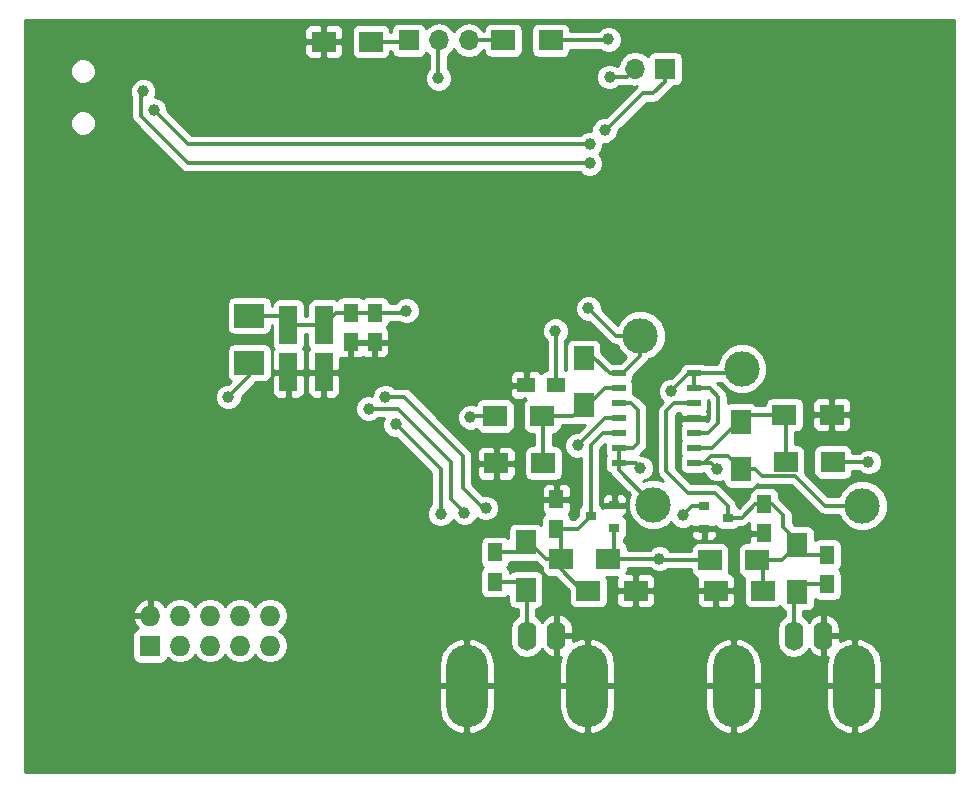
<source format=gbl>
G04 #@! TF.FileFunction,Copper,L2,Bot,Signal*
%FSLAX46Y46*%
G04 Gerber Fmt 4.6, Leading zero omitted, Abs format (unit mm)*
G04 Created by KiCad (PCBNEW 4.0.5) date 05/02/17 17:06:41*
%MOMM*%
%LPD*%
G01*
G04 APERTURE LIST*
%ADD10C,0.100000*%
%ADD11R,1.250000X1.500000*%
%ADD12R,1.500000X3.200000*%
%ADD13R,1.500000X1.250000*%
%ADD14R,0.900000X0.800000*%
%ADD15O,3.500120X7.000240*%
%ADD16O,1.600200X2.499360*%
%ADD17R,1.700000X1.700000*%
%ADD18O,1.700000X1.700000*%
%ADD19R,1.700000X2.000000*%
%ADD20R,2.000000X1.700000*%
%ADD21R,1.143000X0.508000*%
%ADD22R,1.727200X1.727200*%
%ADD23O,1.727200X1.727200*%
%ADD24C,3.000000*%
%ADD25R,2.500000X2.000000*%
%ADD26C,1.000000*%
%ADD27C,0.300000*%
%ADD28C,0.254000*%
G04 APERTURE END LIST*
D10*
D11*
X72500000Y-90750000D03*
X72500000Y-93250000D03*
X100600000Y-90950000D03*
X100600000Y-93450000D03*
D12*
X55000000Y-71500000D03*
X55000000Y-75500000D03*
X58000000Y-71500000D03*
X58000000Y-75500000D03*
D11*
X60300000Y-70450000D03*
X60300000Y-72950000D03*
X62300000Y-72950000D03*
X62300000Y-70450000D03*
D13*
X77650000Y-76600000D03*
X75150000Y-76600000D03*
D14*
X82600000Y-86750000D03*
X82600000Y-88650000D03*
X80600000Y-87700000D03*
X90200000Y-88750000D03*
X90200000Y-86850000D03*
X92200000Y-87800000D03*
D15*
X80297780Y-102063400D03*
X70099680Y-102063400D03*
D16*
X75200000Y-97798740D03*
X77699360Y-97798740D03*
D15*
X102897780Y-102063400D03*
X92699680Y-102063400D03*
D16*
X97800000Y-97798740D03*
X100299360Y-97798740D03*
D17*
X65200000Y-47400000D03*
D18*
X67740000Y-47400000D03*
X70280000Y-47400000D03*
D17*
X86900000Y-49800000D03*
D18*
X84360000Y-49800000D03*
D19*
X75100000Y-93900000D03*
X75100000Y-89900000D03*
D20*
X82100000Y-91300000D03*
X78100000Y-91300000D03*
X90700000Y-91400000D03*
X94700000Y-91400000D03*
D19*
X98100000Y-94100000D03*
X98100000Y-90100000D03*
D20*
X80400000Y-94000000D03*
X84400000Y-94000000D03*
D19*
X80000000Y-74300000D03*
X80000000Y-78300000D03*
X93300000Y-79700000D03*
X93300000Y-83700000D03*
D20*
X73200000Y-47400000D03*
X77200000Y-47400000D03*
X62000000Y-47500000D03*
X58000000Y-47500000D03*
D21*
X82998000Y-83210000D03*
X82998000Y-81940000D03*
X82998000Y-80670000D03*
X82998000Y-79400000D03*
X82998000Y-78130000D03*
X82998000Y-76860000D03*
X82998000Y-75590000D03*
X89348000Y-75590000D03*
X89348000Y-76860000D03*
X89348000Y-79400000D03*
X89348000Y-80670000D03*
X89348000Y-81940000D03*
X89348000Y-83210000D03*
X89348000Y-78130000D03*
D22*
X43300000Y-98650000D03*
D23*
X43300000Y-96110000D03*
X45840000Y-98650000D03*
X45840000Y-96110000D03*
X48380000Y-98650000D03*
X48380000Y-96110000D03*
X50920000Y-98650000D03*
X50920000Y-96110000D03*
X53460000Y-98650000D03*
X53460000Y-96110000D03*
D20*
X95200000Y-94000000D03*
X91200000Y-94000000D03*
D11*
X77700000Y-88750000D03*
X77700000Y-86250000D03*
X95300000Y-86650000D03*
X95300000Y-89150000D03*
D20*
X72500000Y-79200000D03*
X76500000Y-79200000D03*
X76600000Y-83200000D03*
X72600000Y-83200000D03*
X101100000Y-83100000D03*
X97100000Y-83100000D03*
X97000000Y-79100000D03*
X101000000Y-79100000D03*
D24*
X85900000Y-86700000D03*
X84800000Y-72400000D03*
X93400000Y-75200000D03*
X103600000Y-86800000D03*
D25*
X51700000Y-70700000D03*
X51700000Y-74700000D03*
D26*
X42500000Y-55500000D03*
X59800000Y-50600000D03*
X35400000Y-59100000D03*
X69200000Y-78200000D03*
X60300000Y-75000000D03*
X66300000Y-71600000D03*
X58600000Y-60900000D03*
X76100000Y-72100000D03*
X88500000Y-62600000D03*
X87800000Y-70000000D03*
X89100000Y-72800000D03*
X90800000Y-55100000D03*
X79900000Y-50500000D03*
X49800000Y-68400000D03*
X41300000Y-78800000D03*
X35500000Y-64400000D03*
X82100000Y-47300000D03*
X70400000Y-79300000D03*
X49900000Y-77600000D03*
X77600000Y-72000000D03*
X104100000Y-83100000D03*
X88400000Y-87600000D03*
X79500000Y-81700000D03*
X86400000Y-91300000D03*
X65000000Y-70300000D03*
X67700000Y-50600000D03*
X81800000Y-55000000D03*
X82200000Y-50500000D03*
X80500000Y-57800000D03*
X42700000Y-51700000D03*
X80500000Y-56200000D03*
X43600000Y-53300000D03*
X61800000Y-78600000D03*
X69900000Y-87400000D03*
X84800000Y-83600000D03*
X80400000Y-70100000D03*
X91300000Y-83700000D03*
X67900000Y-87500000D03*
X64100000Y-79900000D03*
X63200000Y-77600000D03*
X71700000Y-87000000D03*
X87400000Y-77100000D03*
D27*
X80600000Y-87700000D02*
X80600000Y-81700000D01*
X81630000Y-80670000D02*
X82998000Y-80670000D01*
X80600000Y-81700000D02*
X81630000Y-80670000D01*
X72500000Y-90750000D02*
X74250000Y-90750000D01*
X74250000Y-90750000D02*
X75100000Y-89900000D01*
X77700000Y-88750000D02*
X79550000Y-88750000D01*
X79550000Y-88750000D02*
X80600000Y-87700000D01*
X80400000Y-94000000D02*
X79900000Y-94000000D01*
X79900000Y-94000000D02*
X78100000Y-92200000D01*
X78100000Y-92200000D02*
X78100000Y-91300000D01*
X78100000Y-91300000D02*
X78100000Y-89150000D01*
X78100000Y-89150000D02*
X77700000Y-88750000D01*
X75100000Y-89900000D02*
X75400000Y-89900000D01*
X75400000Y-89900000D02*
X76800000Y-91300000D01*
X76800000Y-91300000D02*
X78100000Y-91300000D01*
X92200000Y-87800000D02*
X93400000Y-87800000D01*
X94550000Y-86650000D02*
X95300000Y-86650000D01*
X93400000Y-87800000D02*
X94550000Y-86650000D01*
X98100000Y-90100000D02*
X98100000Y-89800000D01*
X98100000Y-89800000D02*
X96900000Y-88600000D01*
X96900000Y-88600000D02*
X96900000Y-87600000D01*
X96900000Y-87600000D02*
X95950000Y-86650000D01*
X95950000Y-86650000D02*
X95300000Y-86650000D01*
X92200000Y-87800000D02*
X92200000Y-86800000D01*
X87670000Y-78130000D02*
X89348000Y-78130000D01*
X87000000Y-78800000D02*
X87670000Y-78130000D01*
X87000000Y-83900000D02*
X87000000Y-78800000D01*
X88800000Y-85700000D02*
X87000000Y-83900000D01*
X91100000Y-85700000D02*
X88800000Y-85700000D01*
X92200000Y-86800000D02*
X91100000Y-85700000D01*
X92200000Y-87800000D02*
X92400000Y-87800000D01*
X95200000Y-94000000D02*
X95200000Y-91900000D01*
X95200000Y-91900000D02*
X94700000Y-91400000D01*
X94700000Y-91400000D02*
X96800000Y-91400000D01*
X96800000Y-91400000D02*
X98100000Y-90100000D01*
X100600000Y-90950000D02*
X98950000Y-90950000D01*
X98950000Y-90950000D02*
X98100000Y-90100000D01*
X82000000Y-47400000D02*
X82100000Y-47300000D01*
X77200000Y-47400000D02*
X82000000Y-47400000D01*
X70500000Y-79200000D02*
X70400000Y-79300000D01*
X72500000Y-79200000D02*
X70500000Y-79200000D01*
X51700000Y-74700000D02*
X51700000Y-75800000D01*
X51700000Y-75800000D02*
X49900000Y-77600000D01*
X77650000Y-76600000D02*
X77650000Y-72050000D01*
X77650000Y-72050000D02*
X77600000Y-72000000D01*
X101100000Y-83100000D02*
X104100000Y-83100000D01*
X90200000Y-86850000D02*
X89150000Y-86850000D01*
X89150000Y-86850000D02*
X88400000Y-87600000D01*
X82998000Y-79400000D02*
X81800000Y-79400000D01*
X81800000Y-79400000D02*
X79500000Y-81700000D01*
X82600000Y-88650000D02*
X82600000Y-90800000D01*
X82600000Y-90800000D02*
X82100000Y-91300000D01*
X90700000Y-91400000D02*
X86500000Y-91400000D01*
X86400000Y-91300000D02*
X82100000Y-91300000D01*
X86500000Y-91400000D02*
X86400000Y-91300000D01*
X62300000Y-70450000D02*
X64850000Y-70450000D01*
X64850000Y-70450000D02*
X65000000Y-70300000D01*
X60300000Y-70450000D02*
X62300000Y-70450000D01*
X60300000Y-70450000D02*
X59050000Y-70450000D01*
X59050000Y-70450000D02*
X58000000Y-71500000D01*
X55000000Y-71500000D02*
X58000000Y-71500000D01*
X51700000Y-70700000D02*
X54200000Y-70700000D01*
X54200000Y-70700000D02*
X55000000Y-71500000D01*
X70280000Y-47400000D02*
X73200000Y-47400000D01*
X67700000Y-47440000D02*
X67700000Y-50600000D01*
X67700000Y-47440000D02*
X67740000Y-47400000D01*
X62000000Y-47500000D02*
X65100000Y-47500000D01*
X65100000Y-47500000D02*
X65200000Y-47400000D01*
X81800000Y-55000000D02*
X81900000Y-55000000D01*
X86900000Y-50900000D02*
X86900000Y-49800000D01*
X85900000Y-51900000D02*
X86900000Y-50900000D01*
X85000000Y-51900000D02*
X85900000Y-51900000D01*
X81900000Y-55000000D02*
X85000000Y-51900000D01*
X82200000Y-50500000D02*
X83660000Y-50500000D01*
X83660000Y-50500000D02*
X84360000Y-49800000D01*
X80500000Y-57800000D02*
X46500000Y-57800000D01*
X42500000Y-51900000D02*
X42700000Y-51700000D01*
X42500000Y-53800000D02*
X42500000Y-51900000D01*
X46500000Y-57800000D02*
X42500000Y-53800000D01*
X80500000Y-56200000D02*
X46500000Y-56200000D01*
X46500000Y-56200000D02*
X43600000Y-53300000D01*
X82998000Y-83210000D02*
X82998000Y-83798000D01*
X82998000Y-83798000D02*
X85900000Y-86700000D01*
X69900000Y-87300000D02*
X68800000Y-86200000D01*
X68800000Y-86200000D02*
X68800000Y-83100000D01*
X68800000Y-83100000D02*
X64300000Y-78600000D01*
X64300000Y-78600000D02*
X61800000Y-78600000D01*
X84410000Y-83210000D02*
X82998000Y-83210000D01*
X84410000Y-83210000D02*
X84800000Y-83600000D01*
X69900000Y-87400000D02*
X69900000Y-87300000D01*
X82998000Y-81940000D02*
X84160000Y-81940000D01*
X84030000Y-78130000D02*
X82998000Y-78130000D01*
X84600000Y-78700000D02*
X84030000Y-78130000D01*
X84600000Y-81500000D02*
X84600000Y-78700000D01*
X84160000Y-81940000D02*
X84600000Y-81500000D01*
X82998000Y-83210000D02*
X82998000Y-81940000D01*
X72500000Y-93250000D02*
X74450000Y-93250000D01*
X74450000Y-93250000D02*
X75100000Y-93900000D01*
X75200000Y-97798740D02*
X75200000Y-94000000D01*
X75200000Y-94000000D02*
X75100000Y-93900000D01*
X100600000Y-93450000D02*
X98750000Y-93450000D01*
X98750000Y-93450000D02*
X98100000Y-94100000D01*
X97800000Y-97798740D02*
X97800000Y-94400000D01*
X97800000Y-94400000D02*
X98100000Y-94100000D01*
X76600000Y-83200000D02*
X76600000Y-79300000D01*
X76600000Y-79300000D02*
X76500000Y-79200000D01*
X76500000Y-79200000D02*
X79100000Y-79200000D01*
X79100000Y-79200000D02*
X80000000Y-78300000D01*
X80000000Y-78300000D02*
X80400000Y-78300000D01*
X80400000Y-78300000D02*
X81840000Y-76860000D01*
X81840000Y-76860000D02*
X82998000Y-76860000D01*
X97100000Y-83100000D02*
X97100000Y-79200000D01*
X97100000Y-79200000D02*
X97000000Y-79100000D01*
X97000000Y-79100000D02*
X93900000Y-79100000D01*
X93900000Y-79100000D02*
X93300000Y-79700000D01*
X93300000Y-79700000D02*
X93100000Y-79700000D01*
X93100000Y-79700000D02*
X90860000Y-81940000D01*
X90860000Y-81940000D02*
X89348000Y-81940000D01*
X82700000Y-72400000D02*
X80400000Y-70100000D01*
X82700000Y-72400000D02*
X84800000Y-72400000D01*
X82998000Y-75590000D02*
X83310000Y-75590000D01*
X83310000Y-75590000D02*
X84800000Y-74100000D01*
X84800000Y-74100000D02*
X84800000Y-72400000D01*
X80000000Y-74300000D02*
X80900000Y-74300000D01*
X82190000Y-75590000D02*
X82998000Y-75590000D01*
X80900000Y-74300000D02*
X82190000Y-75590000D01*
X90810000Y-83210000D02*
X91300000Y-83700000D01*
X89348000Y-83210000D02*
X90810000Y-83210000D01*
X67900000Y-87500000D02*
X67900000Y-83700000D01*
X67900000Y-83700000D02*
X64100000Y-79900000D01*
X89348000Y-83210000D02*
X90190000Y-83210000D01*
X92200000Y-82600000D02*
X93300000Y-83700000D01*
X90800000Y-82600000D02*
X92200000Y-82600000D01*
X90190000Y-83210000D02*
X90800000Y-82600000D01*
X93300000Y-83700000D02*
X94500000Y-83700000D01*
X94500000Y-83700000D02*
X95100000Y-84300000D01*
X95100000Y-84300000D02*
X97900000Y-84300000D01*
X97900000Y-84300000D02*
X100400000Y-86800000D01*
X100400000Y-86800000D02*
X103600000Y-86800000D01*
X71500000Y-87000000D02*
X69800000Y-85300000D01*
X69800000Y-85300000D02*
X69800000Y-82600000D01*
X69800000Y-82600000D02*
X64800000Y-77600000D01*
X64800000Y-77600000D02*
X63200000Y-77600000D01*
X87400000Y-77100000D02*
X88910000Y-75590000D01*
X71700000Y-87000000D02*
X71500000Y-87000000D01*
X89348000Y-75590000D02*
X88910000Y-75590000D01*
X89348000Y-75590000D02*
X93010000Y-75590000D01*
X93010000Y-75590000D02*
X93400000Y-75200000D01*
X89348000Y-80670000D02*
X90530000Y-80670000D01*
X90660000Y-76860000D02*
X89348000Y-76860000D01*
X91400000Y-77600000D02*
X90660000Y-76860000D01*
X91400000Y-79800000D02*
X91400000Y-77600000D01*
X90530000Y-80670000D02*
X91400000Y-79800000D01*
X89348000Y-75590000D02*
X89348000Y-76860000D01*
D28*
G36*
X111315000Y-109315000D02*
X32685000Y-109315000D01*
X32685000Y-102190400D01*
X67714620Y-102190400D01*
X67714620Y-103940460D01*
X67944773Y-104843516D01*
X68502991Y-105589755D01*
X69304290Y-106065569D01*
X69601667Y-106145946D01*
X69972680Y-106036145D01*
X69972680Y-102190400D01*
X70226680Y-102190400D01*
X70226680Y-106036145D01*
X70597693Y-106145946D01*
X70895070Y-106065569D01*
X71696369Y-105589755D01*
X72254587Y-104843516D01*
X72484740Y-103940460D01*
X72484740Y-102190400D01*
X77912720Y-102190400D01*
X77912720Y-103940460D01*
X78142873Y-104843516D01*
X78701091Y-105589755D01*
X79502390Y-106065569D01*
X79799767Y-106145946D01*
X80170780Y-106036145D01*
X80170780Y-102190400D01*
X80424780Y-102190400D01*
X80424780Y-106036145D01*
X80795793Y-106145946D01*
X81093170Y-106065569D01*
X81894469Y-105589755D01*
X82452687Y-104843516D01*
X82682840Y-103940460D01*
X82682840Y-102190400D01*
X90314620Y-102190400D01*
X90314620Y-103940460D01*
X90544773Y-104843516D01*
X91102991Y-105589755D01*
X91904290Y-106065569D01*
X92201667Y-106145946D01*
X92572680Y-106036145D01*
X92572680Y-102190400D01*
X92826680Y-102190400D01*
X92826680Y-106036145D01*
X93197693Y-106145946D01*
X93495070Y-106065569D01*
X94296369Y-105589755D01*
X94854587Y-104843516D01*
X95084740Y-103940460D01*
X95084740Y-102190400D01*
X100512720Y-102190400D01*
X100512720Y-103940460D01*
X100742873Y-104843516D01*
X101301091Y-105589755D01*
X102102390Y-106065569D01*
X102399767Y-106145946D01*
X102770780Y-106036145D01*
X102770780Y-102190400D01*
X103024780Y-102190400D01*
X103024780Y-106036145D01*
X103395793Y-106145946D01*
X103693170Y-106065569D01*
X104494469Y-105589755D01*
X105052687Y-104843516D01*
X105282840Y-103940460D01*
X105282840Y-102190400D01*
X103024780Y-102190400D01*
X102770780Y-102190400D01*
X100512720Y-102190400D01*
X95084740Y-102190400D01*
X92826680Y-102190400D01*
X92572680Y-102190400D01*
X90314620Y-102190400D01*
X82682840Y-102190400D01*
X80424780Y-102190400D01*
X80170780Y-102190400D01*
X77912720Y-102190400D01*
X72484740Y-102190400D01*
X70226680Y-102190400D01*
X69972680Y-102190400D01*
X67714620Y-102190400D01*
X32685000Y-102190400D01*
X32685000Y-100186340D01*
X67714620Y-100186340D01*
X67714620Y-101936400D01*
X69972680Y-101936400D01*
X69972680Y-98090655D01*
X70226680Y-98090655D01*
X70226680Y-101936400D01*
X72484740Y-101936400D01*
X72484740Y-100186340D01*
X72254587Y-99283284D01*
X71696369Y-98537045D01*
X70895070Y-98061231D01*
X70597693Y-97980854D01*
X70226680Y-98090655D01*
X69972680Y-98090655D01*
X69601667Y-97980854D01*
X69304290Y-98061231D01*
X68502991Y-98537045D01*
X67944773Y-99283284D01*
X67714620Y-100186340D01*
X32685000Y-100186340D01*
X32685000Y-97786400D01*
X41788960Y-97786400D01*
X41788960Y-99513600D01*
X41833238Y-99748917D01*
X41972310Y-99965041D01*
X42184510Y-100110031D01*
X42436400Y-100161040D01*
X44163600Y-100161040D01*
X44398917Y-100116762D01*
X44615041Y-99977690D01*
X44760031Y-99765490D01*
X44768908Y-99721655D01*
X45237152Y-100034526D01*
X45810641Y-100148600D01*
X45869359Y-100148600D01*
X46442848Y-100034526D01*
X46929029Y-99709670D01*
X47110000Y-99438828D01*
X47290971Y-99709670D01*
X47777152Y-100034526D01*
X48350641Y-100148600D01*
X48409359Y-100148600D01*
X48982848Y-100034526D01*
X49469029Y-99709670D01*
X49650000Y-99438828D01*
X49830971Y-99709670D01*
X50317152Y-100034526D01*
X50890641Y-100148600D01*
X50949359Y-100148600D01*
X51522848Y-100034526D01*
X52009029Y-99709670D01*
X52190000Y-99438828D01*
X52370971Y-99709670D01*
X52857152Y-100034526D01*
X53430641Y-100148600D01*
X53489359Y-100148600D01*
X54062848Y-100034526D01*
X54549029Y-99709670D01*
X54873885Y-99223489D01*
X54987959Y-98650000D01*
X54873885Y-98076511D01*
X54549029Y-97590330D01*
X54234248Y-97380000D01*
X54549029Y-97169670D01*
X54873885Y-96683489D01*
X54987959Y-96110000D01*
X54873885Y-95536511D01*
X54549029Y-95050330D01*
X54062848Y-94725474D01*
X53489359Y-94611400D01*
X53430641Y-94611400D01*
X52857152Y-94725474D01*
X52370971Y-95050330D01*
X52190000Y-95321172D01*
X52009029Y-95050330D01*
X51522848Y-94725474D01*
X50949359Y-94611400D01*
X50890641Y-94611400D01*
X50317152Y-94725474D01*
X49830971Y-95050330D01*
X49650000Y-95321172D01*
X49469029Y-95050330D01*
X48982848Y-94725474D01*
X48409359Y-94611400D01*
X48350641Y-94611400D01*
X47777152Y-94725474D01*
X47290971Y-95050330D01*
X47110000Y-95321172D01*
X46929029Y-95050330D01*
X46442848Y-94725474D01*
X45869359Y-94611400D01*
X45810641Y-94611400D01*
X45237152Y-94725474D01*
X44750971Y-95050330D01*
X44570008Y-95321161D01*
X44188490Y-94903179D01*
X43659027Y-94655032D01*
X43427000Y-94775531D01*
X43427000Y-95983000D01*
X43447000Y-95983000D01*
X43447000Y-96237000D01*
X43427000Y-96237000D01*
X43427000Y-96257000D01*
X43173000Y-96257000D01*
X43173000Y-96237000D01*
X41966183Y-96237000D01*
X41845042Y-96469026D01*
X42017312Y-96884947D01*
X42276609Y-97169027D01*
X42201083Y-97183238D01*
X41984959Y-97322310D01*
X41839969Y-97534510D01*
X41788960Y-97786400D01*
X32685000Y-97786400D01*
X32685000Y-95750974D01*
X41845042Y-95750974D01*
X41966183Y-95983000D01*
X43173000Y-95983000D01*
X43173000Y-94775531D01*
X42940973Y-94655032D01*
X42411510Y-94903179D01*
X42017312Y-95335053D01*
X41845042Y-95750974D01*
X32685000Y-95750974D01*
X32685000Y-90000000D01*
X71227560Y-90000000D01*
X71227560Y-91500000D01*
X71271838Y-91735317D01*
X71410910Y-91951441D01*
X71480711Y-91999134D01*
X71423559Y-92035910D01*
X71278569Y-92248110D01*
X71227560Y-92500000D01*
X71227560Y-94000000D01*
X71271838Y-94235317D01*
X71410910Y-94451441D01*
X71623110Y-94596431D01*
X71875000Y-94647440D01*
X73125000Y-94647440D01*
X73360317Y-94603162D01*
X73576441Y-94464090D01*
X73602560Y-94425864D01*
X73602560Y-94900000D01*
X73646838Y-95135317D01*
X73785910Y-95351441D01*
X73998110Y-95496431D01*
X74250000Y-95547440D01*
X74415000Y-95547440D01*
X74415000Y-96143941D01*
X74185231Y-96297468D01*
X73874140Y-96763048D01*
X73764900Y-97312237D01*
X73764900Y-98285243D01*
X73874140Y-98834432D01*
X74185231Y-99300012D01*
X74650811Y-99611103D01*
X75200000Y-99720343D01*
X75749189Y-99611103D01*
X76214769Y-99300012D01*
X76449428Y-98948821D01*
X76774393Y-99352892D01*
X77267503Y-99622781D01*
X77350305Y-99640323D01*
X77572360Y-99518336D01*
X77572360Y-97925740D01*
X77826360Y-97925740D01*
X77826360Y-99518336D01*
X78048415Y-99640323D01*
X78052076Y-99639547D01*
X77912720Y-100186340D01*
X77912720Y-101936400D01*
X80170780Y-101936400D01*
X80170780Y-98090655D01*
X80424780Y-98090655D01*
X80424780Y-101936400D01*
X82682840Y-101936400D01*
X82682840Y-100186340D01*
X90314620Y-100186340D01*
X90314620Y-101936400D01*
X92572680Y-101936400D01*
X92572680Y-98090655D01*
X92826680Y-98090655D01*
X92826680Y-101936400D01*
X95084740Y-101936400D01*
X95084740Y-100186340D01*
X94854587Y-99283284D01*
X94296369Y-98537045D01*
X93495070Y-98061231D01*
X93197693Y-97980854D01*
X92826680Y-98090655D01*
X92572680Y-98090655D01*
X92201667Y-97980854D01*
X91904290Y-98061231D01*
X91102991Y-98537045D01*
X90544773Y-99283284D01*
X90314620Y-100186340D01*
X82682840Y-100186340D01*
X82452687Y-99283284D01*
X81894469Y-98537045D01*
X81093170Y-98061231D01*
X80795793Y-97980854D01*
X80424780Y-98090655D01*
X80170780Y-98090655D01*
X79799767Y-97980854D01*
X79502390Y-98061231D01*
X79134460Y-98279709D01*
X79134460Y-97925740D01*
X77826360Y-97925740D01*
X77572360Y-97925740D01*
X77552360Y-97925740D01*
X77552360Y-97671740D01*
X77572360Y-97671740D01*
X77572360Y-96079144D01*
X77826360Y-96079144D01*
X77826360Y-97671740D01*
X79134460Y-97671740D01*
X79134460Y-97222160D01*
X78976619Y-96682638D01*
X78624327Y-96244588D01*
X78131217Y-95974699D01*
X78048415Y-95957157D01*
X77826360Y-96079144D01*
X77572360Y-96079144D01*
X77350305Y-95957157D01*
X77267503Y-95974699D01*
X76774393Y-96244588D01*
X76449428Y-96648659D01*
X76214769Y-96297468D01*
X75985000Y-96143941D01*
X75985000Y-95540854D01*
X76185317Y-95503162D01*
X76401441Y-95364090D01*
X76546431Y-95151890D01*
X76597440Y-94900000D01*
X76597440Y-92900000D01*
X76553162Y-92664683D01*
X76414090Y-92448559D01*
X76201890Y-92303569D01*
X75950000Y-92252560D01*
X74250000Y-92252560D01*
X74014683Y-92296838D01*
X73798559Y-92435910D01*
X73778683Y-92465000D01*
X73765854Y-92465000D01*
X73728162Y-92264683D01*
X73589090Y-92048559D01*
X73519289Y-92000866D01*
X73576441Y-91964090D01*
X73721431Y-91751890D01*
X73765352Y-91535000D01*
X74188569Y-91535000D01*
X74250000Y-91547440D01*
X75937282Y-91547440D01*
X76244921Y-91855079D01*
X76452560Y-91993819D01*
X76452560Y-92150000D01*
X76496838Y-92385317D01*
X76635910Y-92601441D01*
X76848110Y-92746431D01*
X77100000Y-92797440D01*
X77587282Y-92797440D01*
X78752560Y-93962718D01*
X78752560Y-94850000D01*
X78796838Y-95085317D01*
X78935910Y-95301441D01*
X79148110Y-95446431D01*
X79400000Y-95497440D01*
X81400000Y-95497440D01*
X81635317Y-95453162D01*
X81851441Y-95314090D01*
X81996431Y-95101890D01*
X82047440Y-94850000D01*
X82047440Y-94285750D01*
X82765000Y-94285750D01*
X82765000Y-94976310D01*
X82861673Y-95209699D01*
X83040302Y-95388327D01*
X83273691Y-95485000D01*
X84114250Y-95485000D01*
X84273000Y-95326250D01*
X84273000Y-94127000D01*
X84527000Y-94127000D01*
X84527000Y-95326250D01*
X84685750Y-95485000D01*
X85526309Y-95485000D01*
X85759698Y-95388327D01*
X85938327Y-95209699D01*
X86035000Y-94976310D01*
X86035000Y-94285750D01*
X89565000Y-94285750D01*
X89565000Y-94976310D01*
X89661673Y-95209699D01*
X89840302Y-95388327D01*
X90073691Y-95485000D01*
X90914250Y-95485000D01*
X91073000Y-95326250D01*
X91073000Y-94127000D01*
X91327000Y-94127000D01*
X91327000Y-95326250D01*
X91485750Y-95485000D01*
X92326309Y-95485000D01*
X92559698Y-95388327D01*
X92738327Y-95209699D01*
X92835000Y-94976310D01*
X92835000Y-94285750D01*
X92676250Y-94127000D01*
X91327000Y-94127000D01*
X91073000Y-94127000D01*
X89723750Y-94127000D01*
X89565000Y-94285750D01*
X86035000Y-94285750D01*
X85876250Y-94127000D01*
X84527000Y-94127000D01*
X84273000Y-94127000D01*
X82923750Y-94127000D01*
X82765000Y-94285750D01*
X82047440Y-94285750D01*
X82047440Y-93150000D01*
X82003162Y-92914683D01*
X81927718Y-92797440D01*
X82858716Y-92797440D01*
X82765000Y-93023690D01*
X82765000Y-93714250D01*
X82923750Y-93873000D01*
X84273000Y-93873000D01*
X84273000Y-92673750D01*
X84527000Y-92673750D01*
X84527000Y-93873000D01*
X85876250Y-93873000D01*
X86035000Y-93714250D01*
X86035000Y-93023690D01*
X85938327Y-92790301D01*
X85759698Y-92611673D01*
X85526309Y-92515000D01*
X84685750Y-92515000D01*
X84527000Y-92673750D01*
X84273000Y-92673750D01*
X84114250Y-92515000D01*
X83619146Y-92515000D01*
X83696431Y-92401890D01*
X83747440Y-92150000D01*
X83747440Y-92085000D01*
X85579898Y-92085000D01*
X85756235Y-92261645D01*
X86173244Y-92434803D01*
X86624775Y-92435197D01*
X87042086Y-92262767D01*
X87119989Y-92185000D01*
X89052560Y-92185000D01*
X89052560Y-92250000D01*
X89096838Y-92485317D01*
X89235910Y-92701441D01*
X89448110Y-92846431D01*
X89623695Y-92881988D01*
X89565000Y-93023690D01*
X89565000Y-93714250D01*
X89723750Y-93873000D01*
X91073000Y-93873000D01*
X91073000Y-93853000D01*
X91327000Y-93853000D01*
X91327000Y-93873000D01*
X92676250Y-93873000D01*
X92835000Y-93714250D01*
X92835000Y-93023690D01*
X92738327Y-92790301D01*
X92559698Y-92611673D01*
X92326309Y-92515000D01*
X92287473Y-92515000D01*
X92296431Y-92501890D01*
X92347440Y-92250000D01*
X92347440Y-90550000D01*
X92303162Y-90314683D01*
X92164090Y-90098559D01*
X91951890Y-89953569D01*
X91700000Y-89902560D01*
X89700000Y-89902560D01*
X89464683Y-89946838D01*
X89248559Y-90085910D01*
X89103569Y-90298110D01*
X89052560Y-90550000D01*
X89052560Y-90615000D01*
X87319928Y-90615000D01*
X87043765Y-90338355D01*
X86626756Y-90165197D01*
X86175225Y-90164803D01*
X85757914Y-90337233D01*
X85579837Y-90515000D01*
X83747440Y-90515000D01*
X83747440Y-90450000D01*
X83703162Y-90214683D01*
X83564090Y-89998559D01*
X83385000Y-89876192D01*
X83385000Y-89589018D01*
X83501441Y-89514090D01*
X83646431Y-89301890D01*
X83697440Y-89050000D01*
X83697440Y-89035750D01*
X89115000Y-89035750D01*
X89115000Y-89276310D01*
X89211673Y-89509699D01*
X89390302Y-89688327D01*
X89623691Y-89785000D01*
X89914250Y-89785000D01*
X90073000Y-89626250D01*
X90073000Y-88877000D01*
X90327000Y-88877000D01*
X90327000Y-89626250D01*
X90485750Y-89785000D01*
X90776309Y-89785000D01*
X91009698Y-89688327D01*
X91188327Y-89509699D01*
X91285000Y-89276310D01*
X91285000Y-89035750D01*
X91126250Y-88877000D01*
X90327000Y-88877000D01*
X90073000Y-88877000D01*
X89273750Y-88877000D01*
X89115000Y-89035750D01*
X83697440Y-89035750D01*
X83697440Y-88250000D01*
X83653162Y-88014683D01*
X83514090Y-87798559D01*
X83374250Y-87703010D01*
X83409698Y-87688327D01*
X83588327Y-87509699D01*
X83685000Y-87276310D01*
X83685000Y-87035750D01*
X83526250Y-86877000D01*
X82727000Y-86877000D01*
X82727000Y-86897000D01*
X82473000Y-86897000D01*
X82473000Y-86877000D01*
X81673750Y-86877000D01*
X81587738Y-86963012D01*
X81514090Y-86848559D01*
X81385000Y-86760356D01*
X81385000Y-86223690D01*
X81515000Y-86223690D01*
X81515000Y-86464250D01*
X81673750Y-86623000D01*
X82473000Y-86623000D01*
X82473000Y-85873750D01*
X82727000Y-85873750D01*
X82727000Y-86623000D01*
X83526250Y-86623000D01*
X83685000Y-86464250D01*
X83685000Y-86223690D01*
X83588327Y-85990301D01*
X83409698Y-85811673D01*
X83176309Y-85715000D01*
X82885750Y-85715000D01*
X82727000Y-85873750D01*
X82473000Y-85873750D01*
X82314250Y-85715000D01*
X82023691Y-85715000D01*
X81790302Y-85811673D01*
X81611673Y-85990301D01*
X81515000Y-86223690D01*
X81385000Y-86223690D01*
X81385000Y-82025158D01*
X81793001Y-81617157D01*
X81779060Y-81686000D01*
X81779060Y-82194000D01*
X81823338Y-82429317D01*
X81917666Y-82575907D01*
X81830069Y-82704110D01*
X81779060Y-82956000D01*
X81779060Y-83464000D01*
X81823338Y-83699317D01*
X81962410Y-83915441D01*
X82174610Y-84060431D01*
X82269003Y-84079546D01*
X82272755Y-84098407D01*
X82442921Y-84353079D01*
X83940807Y-85850965D01*
X83765372Y-86273459D01*
X83764630Y-87122815D01*
X84088980Y-87907800D01*
X84689041Y-88508909D01*
X85473459Y-88834628D01*
X86322815Y-88835370D01*
X87107800Y-88511020D01*
X87419703Y-88199661D01*
X87437233Y-88242086D01*
X87756235Y-88561645D01*
X88173244Y-88734803D01*
X88624775Y-88735197D01*
X89042086Y-88562767D01*
X89127876Y-88477126D01*
X89273750Y-88623000D01*
X90073000Y-88623000D01*
X90073000Y-88603000D01*
X90327000Y-88603000D01*
X90327000Y-88623000D01*
X91126250Y-88623000D01*
X91212262Y-88536988D01*
X91285910Y-88651441D01*
X91498110Y-88796431D01*
X91750000Y-88847440D01*
X92650000Y-88847440D01*
X92885317Y-88803162D01*
X93101441Y-88664090D01*
X93155481Y-88585000D01*
X93400000Y-88585000D01*
X93700407Y-88525245D01*
X93955079Y-88355079D01*
X94042498Y-88267660D01*
X94040000Y-88273691D01*
X94040000Y-88864250D01*
X94198750Y-89023000D01*
X95173000Y-89023000D01*
X95173000Y-89003000D01*
X95427000Y-89003000D01*
X95427000Y-89023000D01*
X95447000Y-89023000D01*
X95447000Y-89277000D01*
X95427000Y-89277000D01*
X95427000Y-89297000D01*
X95173000Y-89297000D01*
X95173000Y-89277000D01*
X94198750Y-89277000D01*
X94040000Y-89435750D01*
X94040000Y-89902560D01*
X93700000Y-89902560D01*
X93464683Y-89946838D01*
X93248559Y-90085910D01*
X93103569Y-90298110D01*
X93052560Y-90550000D01*
X93052560Y-92250000D01*
X93096838Y-92485317D01*
X93235910Y-92701441D01*
X93448110Y-92846431D01*
X93615692Y-92880367D01*
X93603569Y-92898110D01*
X93552560Y-93150000D01*
X93552560Y-94850000D01*
X93596838Y-95085317D01*
X93735910Y-95301441D01*
X93948110Y-95446431D01*
X94200000Y-95497440D01*
X96200000Y-95497440D01*
X96435317Y-95453162D01*
X96643772Y-95319025D01*
X96646838Y-95335317D01*
X96785910Y-95551441D01*
X96998110Y-95696431D01*
X97015000Y-95699851D01*
X97015000Y-96143941D01*
X96785231Y-96297468D01*
X96474140Y-96763048D01*
X96364900Y-97312237D01*
X96364900Y-98285243D01*
X96474140Y-98834432D01*
X96785231Y-99300012D01*
X97250811Y-99611103D01*
X97800000Y-99720343D01*
X98349189Y-99611103D01*
X98814769Y-99300012D01*
X99049428Y-98948821D01*
X99374393Y-99352892D01*
X99867503Y-99622781D01*
X99950305Y-99640323D01*
X100172360Y-99518336D01*
X100172360Y-97925740D01*
X100426360Y-97925740D01*
X100426360Y-99518336D01*
X100648415Y-99640323D01*
X100652076Y-99639547D01*
X100512720Y-100186340D01*
X100512720Y-101936400D01*
X102770780Y-101936400D01*
X102770780Y-98090655D01*
X103024780Y-98090655D01*
X103024780Y-101936400D01*
X105282840Y-101936400D01*
X105282840Y-100186340D01*
X105052687Y-99283284D01*
X104494469Y-98537045D01*
X103693170Y-98061231D01*
X103395793Y-97980854D01*
X103024780Y-98090655D01*
X102770780Y-98090655D01*
X102399767Y-97980854D01*
X102102390Y-98061231D01*
X101734460Y-98279709D01*
X101734460Y-97925740D01*
X100426360Y-97925740D01*
X100172360Y-97925740D01*
X100152360Y-97925740D01*
X100152360Y-97671740D01*
X100172360Y-97671740D01*
X100172360Y-96079144D01*
X100426360Y-96079144D01*
X100426360Y-97671740D01*
X101734460Y-97671740D01*
X101734460Y-97222160D01*
X101576619Y-96682638D01*
X101224327Y-96244588D01*
X100731217Y-95974699D01*
X100648415Y-95957157D01*
X100426360Y-96079144D01*
X100172360Y-96079144D01*
X99950305Y-95957157D01*
X99867503Y-95974699D01*
X99374393Y-96244588D01*
X99049428Y-96648659D01*
X98814769Y-96297468D01*
X98585000Y-96143941D01*
X98585000Y-95747440D01*
X98950000Y-95747440D01*
X99185317Y-95703162D01*
X99401441Y-95564090D01*
X99546431Y-95351890D01*
X99597440Y-95100000D01*
X99597440Y-94710564D01*
X99723110Y-94796431D01*
X99975000Y-94847440D01*
X101225000Y-94847440D01*
X101460317Y-94803162D01*
X101676441Y-94664090D01*
X101821431Y-94451890D01*
X101872440Y-94200000D01*
X101872440Y-92700000D01*
X101828162Y-92464683D01*
X101689090Y-92248559D01*
X101619289Y-92200866D01*
X101676441Y-92164090D01*
X101821431Y-91951890D01*
X101872440Y-91700000D01*
X101872440Y-90200000D01*
X101828162Y-89964683D01*
X101689090Y-89748559D01*
X101476890Y-89603569D01*
X101225000Y-89552560D01*
X99975000Y-89552560D01*
X99739683Y-89596838D01*
X99597440Y-89688369D01*
X99597440Y-89100000D01*
X99553162Y-88864683D01*
X99414090Y-88648559D01*
X99201890Y-88503569D01*
X98950000Y-88452560D01*
X97862718Y-88452560D01*
X97685000Y-88274842D01*
X97685000Y-87600000D01*
X97625245Y-87299594D01*
X97455079Y-87044921D01*
X96572440Y-86162282D01*
X96572440Y-85900000D01*
X96528162Y-85664683D01*
X96389090Y-85448559D01*
X96176890Y-85303569D01*
X95925000Y-85252560D01*
X94675000Y-85252560D01*
X94439683Y-85296838D01*
X94223559Y-85435910D01*
X94078569Y-85648110D01*
X94027560Y-85900000D01*
X94027560Y-86073112D01*
X93994921Y-86094921D01*
X93124737Y-86965105D01*
X93114090Y-86948559D01*
X92985000Y-86860356D01*
X92985000Y-86800000D01*
X92925245Y-86499594D01*
X92755079Y-86244921D01*
X91655079Y-85144921D01*
X91400407Y-84974755D01*
X91100000Y-84915000D01*
X89125158Y-84915000D01*
X87785000Y-83574842D01*
X87785000Y-79125158D01*
X87995158Y-78915000D01*
X88184864Y-78915000D01*
X88141500Y-79019691D01*
X88141500Y-79114250D01*
X88300250Y-79273000D01*
X89221000Y-79273000D01*
X89221000Y-79253000D01*
X89475000Y-79253000D01*
X89475000Y-79273000D01*
X90395750Y-79273000D01*
X90554500Y-79114250D01*
X90554500Y-79019691D01*
X90457827Y-78786302D01*
X90431291Y-78759765D01*
X90515931Y-78635890D01*
X90566940Y-78384000D01*
X90566940Y-77877098D01*
X90615000Y-77925158D01*
X90615000Y-79474842D01*
X90479296Y-79610546D01*
X90395750Y-79527000D01*
X89475000Y-79527000D01*
X89475000Y-79547000D01*
X89221000Y-79547000D01*
X89221000Y-79527000D01*
X88300250Y-79527000D01*
X88141500Y-79685750D01*
X88141500Y-79780309D01*
X88238173Y-80013698D01*
X88264709Y-80040235D01*
X88180069Y-80164110D01*
X88129060Y-80416000D01*
X88129060Y-80924000D01*
X88173338Y-81159317D01*
X88267666Y-81305907D01*
X88180069Y-81434110D01*
X88129060Y-81686000D01*
X88129060Y-82194000D01*
X88173338Y-82429317D01*
X88267666Y-82575907D01*
X88180069Y-82704110D01*
X88129060Y-82956000D01*
X88129060Y-83464000D01*
X88173338Y-83699317D01*
X88312410Y-83915441D01*
X88524610Y-84060431D01*
X88776500Y-84111440D01*
X89919500Y-84111440D01*
X90154817Y-84067162D01*
X90209182Y-84032179D01*
X90337233Y-84342086D01*
X90656235Y-84661645D01*
X91073244Y-84834803D01*
X91524775Y-84835197D01*
X91806125Y-84718945D01*
X91846838Y-84935317D01*
X91985910Y-85151441D01*
X92198110Y-85296431D01*
X92450000Y-85347440D01*
X94150000Y-85347440D01*
X94385317Y-85303162D01*
X94601441Y-85164090D01*
X94728683Y-84977865D01*
X94799593Y-85025245D01*
X95100000Y-85085000D01*
X97574842Y-85085000D01*
X99844921Y-87355079D01*
X100099594Y-87525245D01*
X100400000Y-87585000D01*
X101614282Y-87585000D01*
X101788980Y-88007800D01*
X102389041Y-88608909D01*
X103173459Y-88934628D01*
X104022815Y-88935370D01*
X104807800Y-88611020D01*
X105408909Y-88010959D01*
X105734628Y-87226541D01*
X105735370Y-86377185D01*
X105411020Y-85592200D01*
X104810959Y-84991091D01*
X104026541Y-84665372D01*
X103177185Y-84664630D01*
X102392200Y-84988980D01*
X101791091Y-85589041D01*
X101614217Y-86015000D01*
X100725158Y-86015000D01*
X98732741Y-84022583D01*
X98747440Y-83950000D01*
X98747440Y-82250000D01*
X99452560Y-82250000D01*
X99452560Y-83950000D01*
X99496838Y-84185317D01*
X99635910Y-84401441D01*
X99848110Y-84546431D01*
X100100000Y-84597440D01*
X102100000Y-84597440D01*
X102335317Y-84553162D01*
X102551441Y-84414090D01*
X102696431Y-84201890D01*
X102747440Y-83950000D01*
X102747440Y-83885000D01*
X103279898Y-83885000D01*
X103456235Y-84061645D01*
X103873244Y-84234803D01*
X104324775Y-84235197D01*
X104742086Y-84062767D01*
X105061645Y-83743765D01*
X105234803Y-83326756D01*
X105235197Y-82875225D01*
X105062767Y-82457914D01*
X104743765Y-82138355D01*
X104326756Y-81965197D01*
X103875225Y-81964803D01*
X103457914Y-82137233D01*
X103279837Y-82315000D01*
X102747440Y-82315000D01*
X102747440Y-82250000D01*
X102703162Y-82014683D01*
X102564090Y-81798559D01*
X102351890Y-81653569D01*
X102100000Y-81602560D01*
X100100000Y-81602560D01*
X99864683Y-81646838D01*
X99648559Y-81785910D01*
X99503569Y-81998110D01*
X99452560Y-82250000D01*
X98747440Y-82250000D01*
X98703162Y-82014683D01*
X98564090Y-81798559D01*
X98351890Y-81653569D01*
X98100000Y-81602560D01*
X97885000Y-81602560D01*
X97885000Y-80597440D01*
X98000000Y-80597440D01*
X98235317Y-80553162D01*
X98451441Y-80414090D01*
X98596431Y-80201890D01*
X98647440Y-79950000D01*
X98647440Y-79385750D01*
X99365000Y-79385750D01*
X99365000Y-80076310D01*
X99461673Y-80309699D01*
X99640302Y-80488327D01*
X99873691Y-80585000D01*
X100714250Y-80585000D01*
X100873000Y-80426250D01*
X100873000Y-79227000D01*
X101127000Y-79227000D01*
X101127000Y-80426250D01*
X101285750Y-80585000D01*
X102126309Y-80585000D01*
X102359698Y-80488327D01*
X102538327Y-80309699D01*
X102635000Y-80076310D01*
X102635000Y-79385750D01*
X102476250Y-79227000D01*
X101127000Y-79227000D01*
X100873000Y-79227000D01*
X99523750Y-79227000D01*
X99365000Y-79385750D01*
X98647440Y-79385750D01*
X98647440Y-78250000D01*
X98623674Y-78123690D01*
X99365000Y-78123690D01*
X99365000Y-78814250D01*
X99523750Y-78973000D01*
X100873000Y-78973000D01*
X100873000Y-77773750D01*
X101127000Y-77773750D01*
X101127000Y-78973000D01*
X102476250Y-78973000D01*
X102635000Y-78814250D01*
X102635000Y-78123690D01*
X102538327Y-77890301D01*
X102359698Y-77711673D01*
X102126309Y-77615000D01*
X101285750Y-77615000D01*
X101127000Y-77773750D01*
X100873000Y-77773750D01*
X100714250Y-77615000D01*
X99873691Y-77615000D01*
X99640302Y-77711673D01*
X99461673Y-77890301D01*
X99365000Y-78123690D01*
X98623674Y-78123690D01*
X98603162Y-78014683D01*
X98464090Y-77798559D01*
X98251890Y-77653569D01*
X98000000Y-77602560D01*
X96000000Y-77602560D01*
X95764683Y-77646838D01*
X95548559Y-77785910D01*
X95403569Y-77998110D01*
X95352560Y-78250000D01*
X95352560Y-78315000D01*
X94656844Y-78315000D01*
X94614090Y-78248559D01*
X94401890Y-78103569D01*
X94150000Y-78052560D01*
X92450000Y-78052560D01*
X92214683Y-78096838D01*
X92185000Y-78115938D01*
X92185000Y-77600000D01*
X92148217Y-77415079D01*
X92125245Y-77299593D01*
X91955079Y-77044921D01*
X91285158Y-76375000D01*
X91575427Y-76375000D01*
X91588980Y-76407800D01*
X92189041Y-77008909D01*
X92973459Y-77334628D01*
X93822815Y-77335370D01*
X94607800Y-77011020D01*
X95208909Y-76410959D01*
X95534628Y-75626541D01*
X95535370Y-74777185D01*
X95211020Y-73992200D01*
X94610959Y-73391091D01*
X93826541Y-73065372D01*
X92977185Y-73064630D01*
X92192200Y-73388980D01*
X91591091Y-73989041D01*
X91265372Y-74773459D01*
X91265344Y-74805000D01*
X90267151Y-74805000D01*
X90171390Y-74739569D01*
X89919500Y-74688560D01*
X88776500Y-74688560D01*
X88541183Y-74732838D01*
X88325059Y-74871910D01*
X88180069Y-75084110D01*
X88148160Y-75241683D01*
X87424822Y-75965021D01*
X87175225Y-75964803D01*
X86757914Y-76137233D01*
X86438355Y-76456235D01*
X86265197Y-76873244D01*
X86264803Y-77324775D01*
X86437233Y-77742086D01*
X86692272Y-77997570D01*
X86444921Y-78244921D01*
X86274755Y-78499593D01*
X86239913Y-78674755D01*
X86215000Y-78800000D01*
X86215000Y-83900000D01*
X86274755Y-84200407D01*
X86444921Y-84455079D01*
X86717593Y-84727751D01*
X86326541Y-84565372D01*
X85477185Y-84564630D01*
X85050918Y-84740760D01*
X85039338Y-84729180D01*
X85442086Y-84562767D01*
X85761645Y-84243765D01*
X85934803Y-83826756D01*
X85935197Y-83375225D01*
X85762767Y-82957914D01*
X85443765Y-82638355D01*
X85026756Y-82465197D01*
X84745207Y-82464951D01*
X85155079Y-82055079D01*
X85325245Y-81800407D01*
X85385000Y-81500000D01*
X85385000Y-78700000D01*
X85325245Y-78399594D01*
X85155079Y-78144921D01*
X84585079Y-77574921D01*
X84330407Y-77404755D01*
X84162233Y-77371303D01*
X84165931Y-77365890D01*
X84216940Y-77114000D01*
X84216940Y-76606000D01*
X84172662Y-76370683D01*
X84078334Y-76224093D01*
X84165931Y-76095890D01*
X84216940Y-75844000D01*
X84216940Y-75793218D01*
X85355079Y-74655079D01*
X85516014Y-74414222D01*
X86007800Y-74211020D01*
X86608909Y-73610959D01*
X86934628Y-72826541D01*
X86935370Y-71977185D01*
X86611020Y-71192200D01*
X86010959Y-70591091D01*
X85226541Y-70265372D01*
X84377185Y-70264630D01*
X83592200Y-70588980D01*
X82991091Y-71189041D01*
X82876108Y-71465950D01*
X81534979Y-70124821D01*
X81535197Y-69875225D01*
X81362767Y-69457914D01*
X81043765Y-69138355D01*
X80626756Y-68965197D01*
X80175225Y-68964803D01*
X79757914Y-69137233D01*
X79438355Y-69456235D01*
X79265197Y-69873244D01*
X79264803Y-70324775D01*
X79437233Y-70742086D01*
X79756235Y-71061645D01*
X80173244Y-71234803D01*
X80424865Y-71235023D01*
X82144921Y-72955079D01*
X82399593Y-73125245D01*
X82700000Y-73185000D01*
X82814282Y-73185000D01*
X82988980Y-73607800D01*
X83584991Y-74204851D01*
X83101282Y-74688560D01*
X82426500Y-74688560D01*
X82403117Y-74692960D01*
X81497440Y-73787282D01*
X81497440Y-73300000D01*
X81453162Y-73064683D01*
X81314090Y-72848559D01*
X81101890Y-72703569D01*
X80850000Y-72652560D01*
X79150000Y-72652560D01*
X78914683Y-72696838D01*
X78698559Y-72835910D01*
X78553569Y-73048110D01*
X78502560Y-73300000D01*
X78502560Y-75300000D01*
X78512014Y-75350243D01*
X78435000Y-75334648D01*
X78435000Y-72770189D01*
X78561645Y-72643765D01*
X78734803Y-72226756D01*
X78735197Y-71775225D01*
X78562767Y-71357914D01*
X78243765Y-71038355D01*
X77826756Y-70865197D01*
X77375225Y-70864803D01*
X76957914Y-71037233D01*
X76638355Y-71356235D01*
X76465197Y-71773244D01*
X76464803Y-72224775D01*
X76637233Y-72642086D01*
X76865000Y-72870251D01*
X76865000Y-75334146D01*
X76664683Y-75371838D01*
X76448559Y-75510910D01*
X76402031Y-75579006D01*
X76259698Y-75436673D01*
X76026309Y-75340000D01*
X75435750Y-75340000D01*
X75277000Y-75498750D01*
X75277000Y-76473000D01*
X75297000Y-76473000D01*
X75297000Y-76727000D01*
X75277000Y-76727000D01*
X75277000Y-76747000D01*
X75023000Y-76747000D01*
X75023000Y-76727000D01*
X73923750Y-76727000D01*
X73765000Y-76885750D01*
X73765000Y-77351310D01*
X73861673Y-77584699D01*
X74040302Y-77763327D01*
X74273691Y-77860000D01*
X74864250Y-77860000D01*
X75022998Y-77701252D01*
X75022998Y-77860000D01*
X75088824Y-77860000D01*
X75048559Y-77885910D01*
X74903569Y-78098110D01*
X74852560Y-78350000D01*
X74852560Y-80050000D01*
X74896838Y-80285317D01*
X75035910Y-80501441D01*
X75248110Y-80646431D01*
X75500000Y-80697440D01*
X75815000Y-80697440D01*
X75815000Y-81702560D01*
X75600000Y-81702560D01*
X75364683Y-81746838D01*
X75148559Y-81885910D01*
X75003569Y-82098110D01*
X74952560Y-82350000D01*
X74952560Y-84050000D01*
X74996838Y-84285317D01*
X75135910Y-84501441D01*
X75348110Y-84646431D01*
X75600000Y-84697440D01*
X77600000Y-84697440D01*
X77835317Y-84653162D01*
X78051441Y-84514090D01*
X78196431Y-84301890D01*
X78247440Y-84050000D01*
X78247440Y-82350000D01*
X78203162Y-82114683D01*
X78064090Y-81898559D01*
X77851890Y-81753569D01*
X77600000Y-81702560D01*
X77385000Y-81702560D01*
X77385000Y-80697440D01*
X77500000Y-80697440D01*
X77735317Y-80653162D01*
X77951441Y-80514090D01*
X78096431Y-80301890D01*
X78147440Y-80050000D01*
X78147440Y-79985000D01*
X79100000Y-79985000D01*
X79288826Y-79947440D01*
X80142402Y-79947440D01*
X79524821Y-80565021D01*
X79275225Y-80564803D01*
X78857914Y-80737233D01*
X78538355Y-81056235D01*
X78365197Y-81473244D01*
X78364803Y-81924775D01*
X78537233Y-82342086D01*
X78856235Y-82661645D01*
X79273244Y-82834803D01*
X79724775Y-82835197D01*
X79815000Y-82797917D01*
X79815000Y-86760982D01*
X79698559Y-86835910D01*
X79553569Y-87048110D01*
X79502560Y-87300000D01*
X79502560Y-87687282D01*
X79224842Y-87965000D01*
X78965854Y-87965000D01*
X78928162Y-87764683D01*
X78789090Y-87548559D01*
X78720994Y-87502031D01*
X78863327Y-87359698D01*
X78960000Y-87126309D01*
X78960000Y-86535750D01*
X78801250Y-86377000D01*
X77827000Y-86377000D01*
X77827000Y-86397000D01*
X77573000Y-86397000D01*
X77573000Y-86377000D01*
X76598750Y-86377000D01*
X76440000Y-86535750D01*
X76440000Y-87126309D01*
X76536673Y-87359698D01*
X76677910Y-87500936D01*
X76623559Y-87535910D01*
X76478569Y-87748110D01*
X76427560Y-88000000D01*
X76427560Y-88469492D01*
X76414090Y-88448559D01*
X76201890Y-88303569D01*
X75950000Y-88252560D01*
X74250000Y-88252560D01*
X74014683Y-88296838D01*
X73798559Y-88435910D01*
X73653569Y-88648110D01*
X73602560Y-88900000D01*
X73602560Y-89569492D01*
X73589090Y-89548559D01*
X73376890Y-89403569D01*
X73125000Y-89352560D01*
X71875000Y-89352560D01*
X71639683Y-89396838D01*
X71423559Y-89535910D01*
X71278569Y-89748110D01*
X71227560Y-90000000D01*
X32685000Y-90000000D01*
X32685000Y-78824775D01*
X60664803Y-78824775D01*
X60837233Y-79242086D01*
X61156235Y-79561645D01*
X61573244Y-79734803D01*
X62024775Y-79735197D01*
X62442086Y-79562767D01*
X62620163Y-79385000D01*
X63084887Y-79385000D01*
X62965197Y-79673244D01*
X62964803Y-80124775D01*
X63137233Y-80542086D01*
X63456235Y-80861645D01*
X63873244Y-81034803D01*
X64124865Y-81035023D01*
X67115000Y-84025157D01*
X67115000Y-86679898D01*
X66938355Y-86856235D01*
X66765197Y-87273244D01*
X66764803Y-87724775D01*
X66937233Y-88142086D01*
X67256235Y-88461645D01*
X67673244Y-88634803D01*
X68124775Y-88635197D01*
X68542086Y-88462767D01*
X68861645Y-88143765D01*
X68920591Y-88001809D01*
X68937233Y-88042086D01*
X69256235Y-88361645D01*
X69673244Y-88534803D01*
X70124775Y-88535197D01*
X70542086Y-88362767D01*
X70861645Y-88043765D01*
X70942891Y-87848103D01*
X71056235Y-87961645D01*
X71473244Y-88134803D01*
X71924775Y-88135197D01*
X72342086Y-87962767D01*
X72661645Y-87643765D01*
X72834803Y-87226756D01*
X72835197Y-86775225D01*
X72662767Y-86357914D01*
X72343765Y-86038355D01*
X71926756Y-85865197D01*
X71475225Y-85864803D01*
X71475038Y-85864880D01*
X70983849Y-85373691D01*
X76440000Y-85373691D01*
X76440000Y-85964250D01*
X76598750Y-86123000D01*
X77573000Y-86123000D01*
X77573000Y-85023750D01*
X77827000Y-85023750D01*
X77827000Y-86123000D01*
X78801250Y-86123000D01*
X78960000Y-85964250D01*
X78960000Y-85373691D01*
X78863327Y-85140302D01*
X78684699Y-84961673D01*
X78451310Y-84865000D01*
X77985750Y-84865000D01*
X77827000Y-85023750D01*
X77573000Y-85023750D01*
X77414250Y-84865000D01*
X76948690Y-84865000D01*
X76715301Y-84961673D01*
X76536673Y-85140302D01*
X76440000Y-85373691D01*
X70983849Y-85373691D01*
X70585000Y-84974842D01*
X70585000Y-83485750D01*
X70965000Y-83485750D01*
X70965000Y-84176310D01*
X71061673Y-84409699D01*
X71240302Y-84588327D01*
X71473691Y-84685000D01*
X72314250Y-84685000D01*
X72473000Y-84526250D01*
X72473000Y-83327000D01*
X72727000Y-83327000D01*
X72727000Y-84526250D01*
X72885750Y-84685000D01*
X73726309Y-84685000D01*
X73959698Y-84588327D01*
X74138327Y-84409699D01*
X74235000Y-84176310D01*
X74235000Y-83485750D01*
X74076250Y-83327000D01*
X72727000Y-83327000D01*
X72473000Y-83327000D01*
X71123750Y-83327000D01*
X70965000Y-83485750D01*
X70585000Y-83485750D01*
X70585000Y-82600000D01*
X70525245Y-82299594D01*
X70474528Y-82223690D01*
X70965000Y-82223690D01*
X70965000Y-82914250D01*
X71123750Y-83073000D01*
X72473000Y-83073000D01*
X72473000Y-81873750D01*
X72727000Y-81873750D01*
X72727000Y-83073000D01*
X74076250Y-83073000D01*
X74235000Y-82914250D01*
X74235000Y-82223690D01*
X74138327Y-81990301D01*
X73959698Y-81811673D01*
X73726309Y-81715000D01*
X72885750Y-81715000D01*
X72727000Y-81873750D01*
X72473000Y-81873750D01*
X72314250Y-81715000D01*
X71473691Y-81715000D01*
X71240302Y-81811673D01*
X71061673Y-81990301D01*
X70965000Y-82223690D01*
X70474528Y-82223690D01*
X70355079Y-82044921D01*
X67834933Y-79524775D01*
X69264803Y-79524775D01*
X69437233Y-79942086D01*
X69756235Y-80261645D01*
X70173244Y-80434803D01*
X70624775Y-80435197D01*
X70915883Y-80314913D01*
X71035910Y-80501441D01*
X71248110Y-80646431D01*
X71500000Y-80697440D01*
X73500000Y-80697440D01*
X73735317Y-80653162D01*
X73951441Y-80514090D01*
X74096431Y-80301890D01*
X74147440Y-80050000D01*
X74147440Y-78350000D01*
X74103162Y-78114683D01*
X73964090Y-77898559D01*
X73751890Y-77753569D01*
X73500000Y-77702560D01*
X71500000Y-77702560D01*
X71264683Y-77746838D01*
X71048559Y-77885910D01*
X70903569Y-78098110D01*
X70869566Y-78266021D01*
X70626756Y-78165197D01*
X70175225Y-78164803D01*
X69757914Y-78337233D01*
X69438355Y-78656235D01*
X69265197Y-79073244D01*
X69264803Y-79524775D01*
X67834933Y-79524775D01*
X65355079Y-77044921D01*
X65100407Y-76874755D01*
X64800000Y-76815000D01*
X64020102Y-76815000D01*
X63843765Y-76638355D01*
X63426756Y-76465197D01*
X62975225Y-76464803D01*
X62557914Y-76637233D01*
X62238355Y-76956235D01*
X62065197Y-77373244D01*
X62065103Y-77481120D01*
X62026756Y-77465197D01*
X61575225Y-77464803D01*
X61157914Y-77637233D01*
X60838355Y-77956235D01*
X60665197Y-78373244D01*
X60664803Y-78824775D01*
X32685000Y-78824775D01*
X32685000Y-77824775D01*
X48764803Y-77824775D01*
X48937233Y-78242086D01*
X49256235Y-78561645D01*
X49673244Y-78734803D01*
X50124775Y-78735197D01*
X50542086Y-78562767D01*
X50861645Y-78243765D01*
X51034803Y-77826756D01*
X51035023Y-77575135D01*
X52255079Y-76355079D01*
X52260183Y-76347440D01*
X52950000Y-76347440D01*
X53185317Y-76303162D01*
X53401441Y-76164090D01*
X53546431Y-75951890D01*
X53580075Y-75785750D01*
X53615000Y-75785750D01*
X53615000Y-77226309D01*
X53711673Y-77459698D01*
X53890301Y-77638327D01*
X54123690Y-77735000D01*
X54714250Y-77735000D01*
X54873000Y-77576250D01*
X54873000Y-75627000D01*
X55127000Y-75627000D01*
X55127000Y-77576250D01*
X55285750Y-77735000D01*
X55876310Y-77735000D01*
X56109699Y-77638327D01*
X56288327Y-77459698D01*
X56385000Y-77226309D01*
X56385000Y-75785750D01*
X56615000Y-75785750D01*
X56615000Y-77226309D01*
X56711673Y-77459698D01*
X56890301Y-77638327D01*
X57123690Y-77735000D01*
X57714250Y-77735000D01*
X57873000Y-77576250D01*
X57873000Y-75627000D01*
X58127000Y-75627000D01*
X58127000Y-77576250D01*
X58285750Y-77735000D01*
X58876310Y-77735000D01*
X59109699Y-77638327D01*
X59288327Y-77459698D01*
X59385000Y-77226309D01*
X59385000Y-75848690D01*
X73765000Y-75848690D01*
X73765000Y-76314250D01*
X73923750Y-76473000D01*
X75023000Y-76473000D01*
X75023000Y-75498750D01*
X74864250Y-75340000D01*
X74273691Y-75340000D01*
X74040302Y-75436673D01*
X73861673Y-75615301D01*
X73765000Y-75848690D01*
X59385000Y-75848690D01*
X59385000Y-75785750D01*
X59226250Y-75627000D01*
X58127000Y-75627000D01*
X57873000Y-75627000D01*
X56773750Y-75627000D01*
X56615000Y-75785750D01*
X56385000Y-75785750D01*
X56226250Y-75627000D01*
X55127000Y-75627000D01*
X54873000Y-75627000D01*
X53773750Y-75627000D01*
X53615000Y-75785750D01*
X53580075Y-75785750D01*
X53597440Y-75700000D01*
X53597440Y-73700000D01*
X53553162Y-73464683D01*
X53414090Y-73248559D01*
X53201890Y-73103569D01*
X52950000Y-73052560D01*
X50450000Y-73052560D01*
X50214683Y-73096838D01*
X49998559Y-73235910D01*
X49853569Y-73448110D01*
X49802560Y-73700000D01*
X49802560Y-75700000D01*
X49846838Y-75935317D01*
X49985910Y-76151441D01*
X50135910Y-76253932D01*
X49924821Y-76465021D01*
X49675225Y-76464803D01*
X49257914Y-76637233D01*
X48938355Y-76956235D01*
X48765197Y-77373244D01*
X48764803Y-77824775D01*
X32685000Y-77824775D01*
X32685000Y-69700000D01*
X49802560Y-69700000D01*
X49802560Y-71700000D01*
X49846838Y-71935317D01*
X49985910Y-72151441D01*
X50198110Y-72296431D01*
X50450000Y-72347440D01*
X52950000Y-72347440D01*
X53185317Y-72303162D01*
X53401441Y-72164090D01*
X53546431Y-71951890D01*
X53597440Y-71700000D01*
X53597440Y-71485000D01*
X53602560Y-71485000D01*
X53602560Y-73100000D01*
X53646838Y-73335317D01*
X53752482Y-73499493D01*
X53711673Y-73540302D01*
X53615000Y-73773691D01*
X53615000Y-75214250D01*
X53773750Y-75373000D01*
X54873000Y-75373000D01*
X54873000Y-75353000D01*
X55127000Y-75353000D01*
X55127000Y-75373000D01*
X56226250Y-75373000D01*
X56385000Y-75214250D01*
X56385000Y-73773691D01*
X56288327Y-73540302D01*
X56246366Y-73498340D01*
X56346431Y-73351890D01*
X56397440Y-73100000D01*
X56397440Y-72285000D01*
X56602560Y-72285000D01*
X56602560Y-73100000D01*
X56646838Y-73335317D01*
X56752482Y-73499493D01*
X56711673Y-73540302D01*
X56615000Y-73773691D01*
X56615000Y-75214250D01*
X56773750Y-75373000D01*
X57873000Y-75373000D01*
X57873000Y-75353000D01*
X58127000Y-75353000D01*
X58127000Y-75373000D01*
X59226250Y-75373000D01*
X59385000Y-75214250D01*
X59385000Y-74267197D01*
X59548690Y-74335000D01*
X60014250Y-74335000D01*
X60173000Y-74176250D01*
X60173000Y-73077000D01*
X60427000Y-73077000D01*
X60427000Y-74176250D01*
X60585750Y-74335000D01*
X61051310Y-74335000D01*
X61284699Y-74238327D01*
X61300000Y-74223026D01*
X61315301Y-74238327D01*
X61548690Y-74335000D01*
X62014250Y-74335000D01*
X62173000Y-74176250D01*
X62173000Y-73077000D01*
X62427000Y-73077000D01*
X62427000Y-74176250D01*
X62585750Y-74335000D01*
X63051310Y-74335000D01*
X63284699Y-74238327D01*
X63463327Y-74059698D01*
X63560000Y-73826309D01*
X63560000Y-73235750D01*
X63401250Y-73077000D01*
X62427000Y-73077000D01*
X62173000Y-73077000D01*
X60427000Y-73077000D01*
X60173000Y-73077000D01*
X60153000Y-73077000D01*
X60153000Y-72823000D01*
X60173000Y-72823000D01*
X60173000Y-72803000D01*
X60427000Y-72803000D01*
X60427000Y-72823000D01*
X62173000Y-72823000D01*
X62173000Y-72803000D01*
X62427000Y-72803000D01*
X62427000Y-72823000D01*
X63401250Y-72823000D01*
X63560000Y-72664250D01*
X63560000Y-72073691D01*
X63463327Y-71840302D01*
X63322090Y-71699064D01*
X63376441Y-71664090D01*
X63521431Y-71451890D01*
X63565352Y-71235000D01*
X64329636Y-71235000D01*
X64356235Y-71261645D01*
X64773244Y-71434803D01*
X65224775Y-71435197D01*
X65642086Y-71262767D01*
X65961645Y-70943765D01*
X66134803Y-70526756D01*
X66135197Y-70075225D01*
X65962767Y-69657914D01*
X65643765Y-69338355D01*
X65226756Y-69165197D01*
X64775225Y-69164803D01*
X64357914Y-69337233D01*
X64038355Y-69656235D01*
X64034715Y-69665000D01*
X63565854Y-69665000D01*
X63528162Y-69464683D01*
X63389090Y-69248559D01*
X63176890Y-69103569D01*
X62925000Y-69052560D01*
X61675000Y-69052560D01*
X61439683Y-69096838D01*
X61299273Y-69187190D01*
X61176890Y-69103569D01*
X60925000Y-69052560D01*
X59675000Y-69052560D01*
X59439683Y-69096838D01*
X59223559Y-69235910D01*
X59121492Y-69385290D01*
X59001890Y-69303569D01*
X58750000Y-69252560D01*
X57250000Y-69252560D01*
X57014683Y-69296838D01*
X56798559Y-69435910D01*
X56653569Y-69648110D01*
X56602560Y-69900000D01*
X56602560Y-70715000D01*
X56397440Y-70715000D01*
X56397440Y-69900000D01*
X56353162Y-69664683D01*
X56214090Y-69448559D01*
X56001890Y-69303569D01*
X55750000Y-69252560D01*
X54250000Y-69252560D01*
X54014683Y-69296838D01*
X53798559Y-69435910D01*
X53653569Y-69648110D01*
X53602560Y-69900000D01*
X53602560Y-69915000D01*
X53597440Y-69915000D01*
X53597440Y-69700000D01*
X53553162Y-69464683D01*
X53414090Y-69248559D01*
X53201890Y-69103569D01*
X52950000Y-69052560D01*
X50450000Y-69052560D01*
X50214683Y-69096838D01*
X49998559Y-69235910D01*
X49853569Y-69448110D01*
X49802560Y-69700000D01*
X32685000Y-69700000D01*
X32685000Y-54614873D01*
X36514812Y-54614873D01*
X36679646Y-55013800D01*
X36984595Y-55319282D01*
X37383233Y-55484811D01*
X37814873Y-55485188D01*
X38213800Y-55320354D01*
X38519282Y-55015405D01*
X38684811Y-54616767D01*
X38685188Y-54185127D01*
X38520354Y-53786200D01*
X38215405Y-53480718D01*
X37816767Y-53315189D01*
X37385127Y-53314812D01*
X36986200Y-53479646D01*
X36680718Y-53784595D01*
X36515189Y-54183233D01*
X36514812Y-54614873D01*
X32685000Y-54614873D01*
X32685000Y-51924775D01*
X41564803Y-51924775D01*
X41715000Y-52288278D01*
X41715000Y-53800000D01*
X41774755Y-54100407D01*
X41944921Y-54355079D01*
X45944921Y-58355079D01*
X46199593Y-58525245D01*
X46500000Y-58585000D01*
X79679898Y-58585000D01*
X79856235Y-58761645D01*
X80273244Y-58934803D01*
X80724775Y-58935197D01*
X81142086Y-58762767D01*
X81461645Y-58443765D01*
X81634803Y-58026756D01*
X81635197Y-57575225D01*
X81462767Y-57157914D01*
X81305133Y-57000004D01*
X81461645Y-56843765D01*
X81634803Y-56426756D01*
X81635058Y-56134857D01*
X82024775Y-56135197D01*
X82442086Y-55962767D01*
X82761645Y-55643765D01*
X82934803Y-55226756D01*
X82934935Y-55075223D01*
X85325158Y-52685000D01*
X85900000Y-52685000D01*
X86200407Y-52625245D01*
X86455079Y-52455079D01*
X87455079Y-51455079D01*
X87560409Y-51297440D01*
X87750000Y-51297440D01*
X87985317Y-51253162D01*
X88201441Y-51114090D01*
X88346431Y-50901890D01*
X88397440Y-50650000D01*
X88397440Y-48950000D01*
X88353162Y-48714683D01*
X88214090Y-48498559D01*
X88001890Y-48353569D01*
X87750000Y-48302560D01*
X86050000Y-48302560D01*
X85814683Y-48346838D01*
X85598559Y-48485910D01*
X85453569Y-48698110D01*
X85439914Y-48765541D01*
X85410054Y-48720853D01*
X84928285Y-48398946D01*
X84360000Y-48285907D01*
X83791715Y-48398946D01*
X83309946Y-48720853D01*
X82988039Y-49202622D01*
X82908382Y-49603085D01*
X82843765Y-49538355D01*
X82426756Y-49365197D01*
X81975225Y-49364803D01*
X81557914Y-49537233D01*
X81238355Y-49856235D01*
X81065197Y-50273244D01*
X81064803Y-50724775D01*
X81237233Y-51142086D01*
X81556235Y-51461645D01*
X81973244Y-51634803D01*
X82424775Y-51635197D01*
X82842086Y-51462767D01*
X83020163Y-51285000D01*
X83660000Y-51285000D01*
X83936869Y-51229927D01*
X84360000Y-51314093D01*
X84546612Y-51276974D01*
X84444921Y-51344921D01*
X81924734Y-53865108D01*
X81575225Y-53864803D01*
X81157914Y-54037233D01*
X80838355Y-54356235D01*
X80665197Y-54773244D01*
X80664942Y-55065143D01*
X80275225Y-55064803D01*
X79857914Y-55237233D01*
X79679837Y-55415000D01*
X46825158Y-55415000D01*
X44734979Y-53324821D01*
X44735197Y-53075225D01*
X44562767Y-52657914D01*
X44243765Y-52338355D01*
X43826756Y-52165197D01*
X43735826Y-52165118D01*
X43834803Y-51926756D01*
X43835197Y-51475225D01*
X43662767Y-51057914D01*
X43343765Y-50738355D01*
X42926756Y-50565197D01*
X42475225Y-50564803D01*
X42057914Y-50737233D01*
X41738355Y-51056235D01*
X41565197Y-51473244D01*
X41564803Y-51924775D01*
X32685000Y-51924775D01*
X32685000Y-50214873D01*
X36514812Y-50214873D01*
X36679646Y-50613800D01*
X36984595Y-50919282D01*
X37383233Y-51084811D01*
X37814873Y-51085188D01*
X38213800Y-50920354D01*
X38519282Y-50615405D01*
X38684811Y-50216767D01*
X38685188Y-49785127D01*
X38520354Y-49386200D01*
X38215405Y-49080718D01*
X37816767Y-48915189D01*
X37385127Y-48914812D01*
X36986200Y-49079646D01*
X36680718Y-49384595D01*
X36515189Y-49783233D01*
X36514812Y-50214873D01*
X32685000Y-50214873D01*
X32685000Y-47785750D01*
X56365000Y-47785750D01*
X56365000Y-48476310D01*
X56461673Y-48709699D01*
X56640302Y-48888327D01*
X56873691Y-48985000D01*
X57714250Y-48985000D01*
X57873000Y-48826250D01*
X57873000Y-47627000D01*
X58127000Y-47627000D01*
X58127000Y-48826250D01*
X58285750Y-48985000D01*
X59126309Y-48985000D01*
X59359698Y-48888327D01*
X59538327Y-48709699D01*
X59635000Y-48476310D01*
X59635000Y-47785750D01*
X59476250Y-47627000D01*
X58127000Y-47627000D01*
X57873000Y-47627000D01*
X56523750Y-47627000D01*
X56365000Y-47785750D01*
X32685000Y-47785750D01*
X32685000Y-46523690D01*
X56365000Y-46523690D01*
X56365000Y-47214250D01*
X56523750Y-47373000D01*
X57873000Y-47373000D01*
X57873000Y-46173750D01*
X58127000Y-46173750D01*
X58127000Y-47373000D01*
X59476250Y-47373000D01*
X59635000Y-47214250D01*
X59635000Y-46650000D01*
X60352560Y-46650000D01*
X60352560Y-48350000D01*
X60396838Y-48585317D01*
X60535910Y-48801441D01*
X60748110Y-48946431D01*
X61000000Y-48997440D01*
X63000000Y-48997440D01*
X63235317Y-48953162D01*
X63451441Y-48814090D01*
X63596431Y-48601890D01*
X63647440Y-48350000D01*
X63647440Y-48285000D01*
X63709146Y-48285000D01*
X63746838Y-48485317D01*
X63885910Y-48701441D01*
X64098110Y-48846431D01*
X64350000Y-48897440D01*
X66050000Y-48897440D01*
X66285317Y-48853162D01*
X66501441Y-48714090D01*
X66646431Y-48501890D01*
X66660086Y-48434459D01*
X66689946Y-48479147D01*
X66915000Y-48629523D01*
X66915000Y-49779898D01*
X66738355Y-49956235D01*
X66565197Y-50373244D01*
X66564803Y-50824775D01*
X66737233Y-51242086D01*
X67056235Y-51561645D01*
X67473244Y-51734803D01*
X67924775Y-51735197D01*
X68342086Y-51562767D01*
X68661645Y-51243765D01*
X68834803Y-50826756D01*
X68835197Y-50375225D01*
X68662767Y-49957914D01*
X68485000Y-49779837D01*
X68485000Y-48682977D01*
X68790054Y-48479147D01*
X69010000Y-48149974D01*
X69229946Y-48479147D01*
X69711715Y-48801054D01*
X70280000Y-48914093D01*
X70848285Y-48801054D01*
X71330054Y-48479147D01*
X71526596Y-48185000D01*
X71552560Y-48185000D01*
X71552560Y-48250000D01*
X71596838Y-48485317D01*
X71735910Y-48701441D01*
X71948110Y-48846431D01*
X72200000Y-48897440D01*
X74200000Y-48897440D01*
X74435317Y-48853162D01*
X74651441Y-48714090D01*
X74796431Y-48501890D01*
X74847440Y-48250000D01*
X74847440Y-46550000D01*
X75552560Y-46550000D01*
X75552560Y-48250000D01*
X75596838Y-48485317D01*
X75735910Y-48701441D01*
X75948110Y-48846431D01*
X76200000Y-48897440D01*
X78200000Y-48897440D01*
X78435317Y-48853162D01*
X78651441Y-48714090D01*
X78796431Y-48501890D01*
X78847440Y-48250000D01*
X78847440Y-48185000D01*
X81379724Y-48185000D01*
X81456235Y-48261645D01*
X81873244Y-48434803D01*
X82324775Y-48435197D01*
X82742086Y-48262767D01*
X83061645Y-47943765D01*
X83234803Y-47526756D01*
X83235197Y-47075225D01*
X83062767Y-46657914D01*
X82743765Y-46338355D01*
X82326756Y-46165197D01*
X81875225Y-46164803D01*
X81457914Y-46337233D01*
X81179662Y-46615000D01*
X78847440Y-46615000D01*
X78847440Y-46550000D01*
X78803162Y-46314683D01*
X78664090Y-46098559D01*
X78451890Y-45953569D01*
X78200000Y-45902560D01*
X76200000Y-45902560D01*
X75964683Y-45946838D01*
X75748559Y-46085910D01*
X75603569Y-46298110D01*
X75552560Y-46550000D01*
X74847440Y-46550000D01*
X74803162Y-46314683D01*
X74664090Y-46098559D01*
X74451890Y-45953569D01*
X74200000Y-45902560D01*
X72200000Y-45902560D01*
X71964683Y-45946838D01*
X71748559Y-46085910D01*
X71603569Y-46298110D01*
X71552560Y-46550000D01*
X71552560Y-46615000D01*
X71526596Y-46615000D01*
X71330054Y-46320853D01*
X70848285Y-45998946D01*
X70280000Y-45885907D01*
X69711715Y-45998946D01*
X69229946Y-46320853D01*
X69010000Y-46650026D01*
X68790054Y-46320853D01*
X68308285Y-45998946D01*
X67740000Y-45885907D01*
X67171715Y-45998946D01*
X66689946Y-46320853D01*
X66662150Y-46362452D01*
X66653162Y-46314683D01*
X66514090Y-46098559D01*
X66301890Y-45953569D01*
X66050000Y-45902560D01*
X64350000Y-45902560D01*
X64114683Y-45946838D01*
X63898559Y-46085910D01*
X63753569Y-46298110D01*
X63702560Y-46550000D01*
X63702560Y-46715000D01*
X63647440Y-46715000D01*
X63647440Y-46650000D01*
X63603162Y-46414683D01*
X63464090Y-46198559D01*
X63251890Y-46053569D01*
X63000000Y-46002560D01*
X61000000Y-46002560D01*
X60764683Y-46046838D01*
X60548559Y-46185910D01*
X60403569Y-46398110D01*
X60352560Y-46650000D01*
X59635000Y-46650000D01*
X59635000Y-46523690D01*
X59538327Y-46290301D01*
X59359698Y-46111673D01*
X59126309Y-46015000D01*
X58285750Y-46015000D01*
X58127000Y-46173750D01*
X57873000Y-46173750D01*
X57714250Y-46015000D01*
X56873691Y-46015000D01*
X56640302Y-46111673D01*
X56461673Y-46290301D01*
X56365000Y-46523690D01*
X32685000Y-46523690D01*
X32685000Y-45685000D01*
X111315000Y-45685000D01*
X111315000Y-109315000D01*
X111315000Y-109315000D01*
G37*
X111315000Y-109315000D02*
X32685000Y-109315000D01*
X32685000Y-102190400D01*
X67714620Y-102190400D01*
X67714620Y-103940460D01*
X67944773Y-104843516D01*
X68502991Y-105589755D01*
X69304290Y-106065569D01*
X69601667Y-106145946D01*
X69972680Y-106036145D01*
X69972680Y-102190400D01*
X70226680Y-102190400D01*
X70226680Y-106036145D01*
X70597693Y-106145946D01*
X70895070Y-106065569D01*
X71696369Y-105589755D01*
X72254587Y-104843516D01*
X72484740Y-103940460D01*
X72484740Y-102190400D01*
X77912720Y-102190400D01*
X77912720Y-103940460D01*
X78142873Y-104843516D01*
X78701091Y-105589755D01*
X79502390Y-106065569D01*
X79799767Y-106145946D01*
X80170780Y-106036145D01*
X80170780Y-102190400D01*
X80424780Y-102190400D01*
X80424780Y-106036145D01*
X80795793Y-106145946D01*
X81093170Y-106065569D01*
X81894469Y-105589755D01*
X82452687Y-104843516D01*
X82682840Y-103940460D01*
X82682840Y-102190400D01*
X90314620Y-102190400D01*
X90314620Y-103940460D01*
X90544773Y-104843516D01*
X91102991Y-105589755D01*
X91904290Y-106065569D01*
X92201667Y-106145946D01*
X92572680Y-106036145D01*
X92572680Y-102190400D01*
X92826680Y-102190400D01*
X92826680Y-106036145D01*
X93197693Y-106145946D01*
X93495070Y-106065569D01*
X94296369Y-105589755D01*
X94854587Y-104843516D01*
X95084740Y-103940460D01*
X95084740Y-102190400D01*
X100512720Y-102190400D01*
X100512720Y-103940460D01*
X100742873Y-104843516D01*
X101301091Y-105589755D01*
X102102390Y-106065569D01*
X102399767Y-106145946D01*
X102770780Y-106036145D01*
X102770780Y-102190400D01*
X103024780Y-102190400D01*
X103024780Y-106036145D01*
X103395793Y-106145946D01*
X103693170Y-106065569D01*
X104494469Y-105589755D01*
X105052687Y-104843516D01*
X105282840Y-103940460D01*
X105282840Y-102190400D01*
X103024780Y-102190400D01*
X102770780Y-102190400D01*
X100512720Y-102190400D01*
X95084740Y-102190400D01*
X92826680Y-102190400D01*
X92572680Y-102190400D01*
X90314620Y-102190400D01*
X82682840Y-102190400D01*
X80424780Y-102190400D01*
X80170780Y-102190400D01*
X77912720Y-102190400D01*
X72484740Y-102190400D01*
X70226680Y-102190400D01*
X69972680Y-102190400D01*
X67714620Y-102190400D01*
X32685000Y-102190400D01*
X32685000Y-100186340D01*
X67714620Y-100186340D01*
X67714620Y-101936400D01*
X69972680Y-101936400D01*
X69972680Y-98090655D01*
X70226680Y-98090655D01*
X70226680Y-101936400D01*
X72484740Y-101936400D01*
X72484740Y-100186340D01*
X72254587Y-99283284D01*
X71696369Y-98537045D01*
X70895070Y-98061231D01*
X70597693Y-97980854D01*
X70226680Y-98090655D01*
X69972680Y-98090655D01*
X69601667Y-97980854D01*
X69304290Y-98061231D01*
X68502991Y-98537045D01*
X67944773Y-99283284D01*
X67714620Y-100186340D01*
X32685000Y-100186340D01*
X32685000Y-97786400D01*
X41788960Y-97786400D01*
X41788960Y-99513600D01*
X41833238Y-99748917D01*
X41972310Y-99965041D01*
X42184510Y-100110031D01*
X42436400Y-100161040D01*
X44163600Y-100161040D01*
X44398917Y-100116762D01*
X44615041Y-99977690D01*
X44760031Y-99765490D01*
X44768908Y-99721655D01*
X45237152Y-100034526D01*
X45810641Y-100148600D01*
X45869359Y-100148600D01*
X46442848Y-100034526D01*
X46929029Y-99709670D01*
X47110000Y-99438828D01*
X47290971Y-99709670D01*
X47777152Y-100034526D01*
X48350641Y-100148600D01*
X48409359Y-100148600D01*
X48982848Y-100034526D01*
X49469029Y-99709670D01*
X49650000Y-99438828D01*
X49830971Y-99709670D01*
X50317152Y-100034526D01*
X50890641Y-100148600D01*
X50949359Y-100148600D01*
X51522848Y-100034526D01*
X52009029Y-99709670D01*
X52190000Y-99438828D01*
X52370971Y-99709670D01*
X52857152Y-100034526D01*
X53430641Y-100148600D01*
X53489359Y-100148600D01*
X54062848Y-100034526D01*
X54549029Y-99709670D01*
X54873885Y-99223489D01*
X54987959Y-98650000D01*
X54873885Y-98076511D01*
X54549029Y-97590330D01*
X54234248Y-97380000D01*
X54549029Y-97169670D01*
X54873885Y-96683489D01*
X54987959Y-96110000D01*
X54873885Y-95536511D01*
X54549029Y-95050330D01*
X54062848Y-94725474D01*
X53489359Y-94611400D01*
X53430641Y-94611400D01*
X52857152Y-94725474D01*
X52370971Y-95050330D01*
X52190000Y-95321172D01*
X52009029Y-95050330D01*
X51522848Y-94725474D01*
X50949359Y-94611400D01*
X50890641Y-94611400D01*
X50317152Y-94725474D01*
X49830971Y-95050330D01*
X49650000Y-95321172D01*
X49469029Y-95050330D01*
X48982848Y-94725474D01*
X48409359Y-94611400D01*
X48350641Y-94611400D01*
X47777152Y-94725474D01*
X47290971Y-95050330D01*
X47110000Y-95321172D01*
X46929029Y-95050330D01*
X46442848Y-94725474D01*
X45869359Y-94611400D01*
X45810641Y-94611400D01*
X45237152Y-94725474D01*
X44750971Y-95050330D01*
X44570008Y-95321161D01*
X44188490Y-94903179D01*
X43659027Y-94655032D01*
X43427000Y-94775531D01*
X43427000Y-95983000D01*
X43447000Y-95983000D01*
X43447000Y-96237000D01*
X43427000Y-96237000D01*
X43427000Y-96257000D01*
X43173000Y-96257000D01*
X43173000Y-96237000D01*
X41966183Y-96237000D01*
X41845042Y-96469026D01*
X42017312Y-96884947D01*
X42276609Y-97169027D01*
X42201083Y-97183238D01*
X41984959Y-97322310D01*
X41839969Y-97534510D01*
X41788960Y-97786400D01*
X32685000Y-97786400D01*
X32685000Y-95750974D01*
X41845042Y-95750974D01*
X41966183Y-95983000D01*
X43173000Y-95983000D01*
X43173000Y-94775531D01*
X42940973Y-94655032D01*
X42411510Y-94903179D01*
X42017312Y-95335053D01*
X41845042Y-95750974D01*
X32685000Y-95750974D01*
X32685000Y-90000000D01*
X71227560Y-90000000D01*
X71227560Y-91500000D01*
X71271838Y-91735317D01*
X71410910Y-91951441D01*
X71480711Y-91999134D01*
X71423559Y-92035910D01*
X71278569Y-92248110D01*
X71227560Y-92500000D01*
X71227560Y-94000000D01*
X71271838Y-94235317D01*
X71410910Y-94451441D01*
X71623110Y-94596431D01*
X71875000Y-94647440D01*
X73125000Y-94647440D01*
X73360317Y-94603162D01*
X73576441Y-94464090D01*
X73602560Y-94425864D01*
X73602560Y-94900000D01*
X73646838Y-95135317D01*
X73785910Y-95351441D01*
X73998110Y-95496431D01*
X74250000Y-95547440D01*
X74415000Y-95547440D01*
X74415000Y-96143941D01*
X74185231Y-96297468D01*
X73874140Y-96763048D01*
X73764900Y-97312237D01*
X73764900Y-98285243D01*
X73874140Y-98834432D01*
X74185231Y-99300012D01*
X74650811Y-99611103D01*
X75200000Y-99720343D01*
X75749189Y-99611103D01*
X76214769Y-99300012D01*
X76449428Y-98948821D01*
X76774393Y-99352892D01*
X77267503Y-99622781D01*
X77350305Y-99640323D01*
X77572360Y-99518336D01*
X77572360Y-97925740D01*
X77826360Y-97925740D01*
X77826360Y-99518336D01*
X78048415Y-99640323D01*
X78052076Y-99639547D01*
X77912720Y-100186340D01*
X77912720Y-101936400D01*
X80170780Y-101936400D01*
X80170780Y-98090655D01*
X80424780Y-98090655D01*
X80424780Y-101936400D01*
X82682840Y-101936400D01*
X82682840Y-100186340D01*
X90314620Y-100186340D01*
X90314620Y-101936400D01*
X92572680Y-101936400D01*
X92572680Y-98090655D01*
X92826680Y-98090655D01*
X92826680Y-101936400D01*
X95084740Y-101936400D01*
X95084740Y-100186340D01*
X94854587Y-99283284D01*
X94296369Y-98537045D01*
X93495070Y-98061231D01*
X93197693Y-97980854D01*
X92826680Y-98090655D01*
X92572680Y-98090655D01*
X92201667Y-97980854D01*
X91904290Y-98061231D01*
X91102991Y-98537045D01*
X90544773Y-99283284D01*
X90314620Y-100186340D01*
X82682840Y-100186340D01*
X82452687Y-99283284D01*
X81894469Y-98537045D01*
X81093170Y-98061231D01*
X80795793Y-97980854D01*
X80424780Y-98090655D01*
X80170780Y-98090655D01*
X79799767Y-97980854D01*
X79502390Y-98061231D01*
X79134460Y-98279709D01*
X79134460Y-97925740D01*
X77826360Y-97925740D01*
X77572360Y-97925740D01*
X77552360Y-97925740D01*
X77552360Y-97671740D01*
X77572360Y-97671740D01*
X77572360Y-96079144D01*
X77826360Y-96079144D01*
X77826360Y-97671740D01*
X79134460Y-97671740D01*
X79134460Y-97222160D01*
X78976619Y-96682638D01*
X78624327Y-96244588D01*
X78131217Y-95974699D01*
X78048415Y-95957157D01*
X77826360Y-96079144D01*
X77572360Y-96079144D01*
X77350305Y-95957157D01*
X77267503Y-95974699D01*
X76774393Y-96244588D01*
X76449428Y-96648659D01*
X76214769Y-96297468D01*
X75985000Y-96143941D01*
X75985000Y-95540854D01*
X76185317Y-95503162D01*
X76401441Y-95364090D01*
X76546431Y-95151890D01*
X76597440Y-94900000D01*
X76597440Y-92900000D01*
X76553162Y-92664683D01*
X76414090Y-92448559D01*
X76201890Y-92303569D01*
X75950000Y-92252560D01*
X74250000Y-92252560D01*
X74014683Y-92296838D01*
X73798559Y-92435910D01*
X73778683Y-92465000D01*
X73765854Y-92465000D01*
X73728162Y-92264683D01*
X73589090Y-92048559D01*
X73519289Y-92000866D01*
X73576441Y-91964090D01*
X73721431Y-91751890D01*
X73765352Y-91535000D01*
X74188569Y-91535000D01*
X74250000Y-91547440D01*
X75937282Y-91547440D01*
X76244921Y-91855079D01*
X76452560Y-91993819D01*
X76452560Y-92150000D01*
X76496838Y-92385317D01*
X76635910Y-92601441D01*
X76848110Y-92746431D01*
X77100000Y-92797440D01*
X77587282Y-92797440D01*
X78752560Y-93962718D01*
X78752560Y-94850000D01*
X78796838Y-95085317D01*
X78935910Y-95301441D01*
X79148110Y-95446431D01*
X79400000Y-95497440D01*
X81400000Y-95497440D01*
X81635317Y-95453162D01*
X81851441Y-95314090D01*
X81996431Y-95101890D01*
X82047440Y-94850000D01*
X82047440Y-94285750D01*
X82765000Y-94285750D01*
X82765000Y-94976310D01*
X82861673Y-95209699D01*
X83040302Y-95388327D01*
X83273691Y-95485000D01*
X84114250Y-95485000D01*
X84273000Y-95326250D01*
X84273000Y-94127000D01*
X84527000Y-94127000D01*
X84527000Y-95326250D01*
X84685750Y-95485000D01*
X85526309Y-95485000D01*
X85759698Y-95388327D01*
X85938327Y-95209699D01*
X86035000Y-94976310D01*
X86035000Y-94285750D01*
X89565000Y-94285750D01*
X89565000Y-94976310D01*
X89661673Y-95209699D01*
X89840302Y-95388327D01*
X90073691Y-95485000D01*
X90914250Y-95485000D01*
X91073000Y-95326250D01*
X91073000Y-94127000D01*
X91327000Y-94127000D01*
X91327000Y-95326250D01*
X91485750Y-95485000D01*
X92326309Y-95485000D01*
X92559698Y-95388327D01*
X92738327Y-95209699D01*
X92835000Y-94976310D01*
X92835000Y-94285750D01*
X92676250Y-94127000D01*
X91327000Y-94127000D01*
X91073000Y-94127000D01*
X89723750Y-94127000D01*
X89565000Y-94285750D01*
X86035000Y-94285750D01*
X85876250Y-94127000D01*
X84527000Y-94127000D01*
X84273000Y-94127000D01*
X82923750Y-94127000D01*
X82765000Y-94285750D01*
X82047440Y-94285750D01*
X82047440Y-93150000D01*
X82003162Y-92914683D01*
X81927718Y-92797440D01*
X82858716Y-92797440D01*
X82765000Y-93023690D01*
X82765000Y-93714250D01*
X82923750Y-93873000D01*
X84273000Y-93873000D01*
X84273000Y-92673750D01*
X84527000Y-92673750D01*
X84527000Y-93873000D01*
X85876250Y-93873000D01*
X86035000Y-93714250D01*
X86035000Y-93023690D01*
X85938327Y-92790301D01*
X85759698Y-92611673D01*
X85526309Y-92515000D01*
X84685750Y-92515000D01*
X84527000Y-92673750D01*
X84273000Y-92673750D01*
X84114250Y-92515000D01*
X83619146Y-92515000D01*
X83696431Y-92401890D01*
X83747440Y-92150000D01*
X83747440Y-92085000D01*
X85579898Y-92085000D01*
X85756235Y-92261645D01*
X86173244Y-92434803D01*
X86624775Y-92435197D01*
X87042086Y-92262767D01*
X87119989Y-92185000D01*
X89052560Y-92185000D01*
X89052560Y-92250000D01*
X89096838Y-92485317D01*
X89235910Y-92701441D01*
X89448110Y-92846431D01*
X89623695Y-92881988D01*
X89565000Y-93023690D01*
X89565000Y-93714250D01*
X89723750Y-93873000D01*
X91073000Y-93873000D01*
X91073000Y-93853000D01*
X91327000Y-93853000D01*
X91327000Y-93873000D01*
X92676250Y-93873000D01*
X92835000Y-93714250D01*
X92835000Y-93023690D01*
X92738327Y-92790301D01*
X92559698Y-92611673D01*
X92326309Y-92515000D01*
X92287473Y-92515000D01*
X92296431Y-92501890D01*
X92347440Y-92250000D01*
X92347440Y-90550000D01*
X92303162Y-90314683D01*
X92164090Y-90098559D01*
X91951890Y-89953569D01*
X91700000Y-89902560D01*
X89700000Y-89902560D01*
X89464683Y-89946838D01*
X89248559Y-90085910D01*
X89103569Y-90298110D01*
X89052560Y-90550000D01*
X89052560Y-90615000D01*
X87319928Y-90615000D01*
X87043765Y-90338355D01*
X86626756Y-90165197D01*
X86175225Y-90164803D01*
X85757914Y-90337233D01*
X85579837Y-90515000D01*
X83747440Y-90515000D01*
X83747440Y-90450000D01*
X83703162Y-90214683D01*
X83564090Y-89998559D01*
X83385000Y-89876192D01*
X83385000Y-89589018D01*
X83501441Y-89514090D01*
X83646431Y-89301890D01*
X83697440Y-89050000D01*
X83697440Y-89035750D01*
X89115000Y-89035750D01*
X89115000Y-89276310D01*
X89211673Y-89509699D01*
X89390302Y-89688327D01*
X89623691Y-89785000D01*
X89914250Y-89785000D01*
X90073000Y-89626250D01*
X90073000Y-88877000D01*
X90327000Y-88877000D01*
X90327000Y-89626250D01*
X90485750Y-89785000D01*
X90776309Y-89785000D01*
X91009698Y-89688327D01*
X91188327Y-89509699D01*
X91285000Y-89276310D01*
X91285000Y-89035750D01*
X91126250Y-88877000D01*
X90327000Y-88877000D01*
X90073000Y-88877000D01*
X89273750Y-88877000D01*
X89115000Y-89035750D01*
X83697440Y-89035750D01*
X83697440Y-88250000D01*
X83653162Y-88014683D01*
X83514090Y-87798559D01*
X83374250Y-87703010D01*
X83409698Y-87688327D01*
X83588327Y-87509699D01*
X83685000Y-87276310D01*
X83685000Y-87035750D01*
X83526250Y-86877000D01*
X82727000Y-86877000D01*
X82727000Y-86897000D01*
X82473000Y-86897000D01*
X82473000Y-86877000D01*
X81673750Y-86877000D01*
X81587738Y-86963012D01*
X81514090Y-86848559D01*
X81385000Y-86760356D01*
X81385000Y-86223690D01*
X81515000Y-86223690D01*
X81515000Y-86464250D01*
X81673750Y-86623000D01*
X82473000Y-86623000D01*
X82473000Y-85873750D01*
X82727000Y-85873750D01*
X82727000Y-86623000D01*
X83526250Y-86623000D01*
X83685000Y-86464250D01*
X83685000Y-86223690D01*
X83588327Y-85990301D01*
X83409698Y-85811673D01*
X83176309Y-85715000D01*
X82885750Y-85715000D01*
X82727000Y-85873750D01*
X82473000Y-85873750D01*
X82314250Y-85715000D01*
X82023691Y-85715000D01*
X81790302Y-85811673D01*
X81611673Y-85990301D01*
X81515000Y-86223690D01*
X81385000Y-86223690D01*
X81385000Y-82025158D01*
X81793001Y-81617157D01*
X81779060Y-81686000D01*
X81779060Y-82194000D01*
X81823338Y-82429317D01*
X81917666Y-82575907D01*
X81830069Y-82704110D01*
X81779060Y-82956000D01*
X81779060Y-83464000D01*
X81823338Y-83699317D01*
X81962410Y-83915441D01*
X82174610Y-84060431D01*
X82269003Y-84079546D01*
X82272755Y-84098407D01*
X82442921Y-84353079D01*
X83940807Y-85850965D01*
X83765372Y-86273459D01*
X83764630Y-87122815D01*
X84088980Y-87907800D01*
X84689041Y-88508909D01*
X85473459Y-88834628D01*
X86322815Y-88835370D01*
X87107800Y-88511020D01*
X87419703Y-88199661D01*
X87437233Y-88242086D01*
X87756235Y-88561645D01*
X88173244Y-88734803D01*
X88624775Y-88735197D01*
X89042086Y-88562767D01*
X89127876Y-88477126D01*
X89273750Y-88623000D01*
X90073000Y-88623000D01*
X90073000Y-88603000D01*
X90327000Y-88603000D01*
X90327000Y-88623000D01*
X91126250Y-88623000D01*
X91212262Y-88536988D01*
X91285910Y-88651441D01*
X91498110Y-88796431D01*
X91750000Y-88847440D01*
X92650000Y-88847440D01*
X92885317Y-88803162D01*
X93101441Y-88664090D01*
X93155481Y-88585000D01*
X93400000Y-88585000D01*
X93700407Y-88525245D01*
X93955079Y-88355079D01*
X94042498Y-88267660D01*
X94040000Y-88273691D01*
X94040000Y-88864250D01*
X94198750Y-89023000D01*
X95173000Y-89023000D01*
X95173000Y-89003000D01*
X95427000Y-89003000D01*
X95427000Y-89023000D01*
X95447000Y-89023000D01*
X95447000Y-89277000D01*
X95427000Y-89277000D01*
X95427000Y-89297000D01*
X95173000Y-89297000D01*
X95173000Y-89277000D01*
X94198750Y-89277000D01*
X94040000Y-89435750D01*
X94040000Y-89902560D01*
X93700000Y-89902560D01*
X93464683Y-89946838D01*
X93248559Y-90085910D01*
X93103569Y-90298110D01*
X93052560Y-90550000D01*
X93052560Y-92250000D01*
X93096838Y-92485317D01*
X93235910Y-92701441D01*
X93448110Y-92846431D01*
X93615692Y-92880367D01*
X93603569Y-92898110D01*
X93552560Y-93150000D01*
X93552560Y-94850000D01*
X93596838Y-95085317D01*
X93735910Y-95301441D01*
X93948110Y-95446431D01*
X94200000Y-95497440D01*
X96200000Y-95497440D01*
X96435317Y-95453162D01*
X96643772Y-95319025D01*
X96646838Y-95335317D01*
X96785910Y-95551441D01*
X96998110Y-95696431D01*
X97015000Y-95699851D01*
X97015000Y-96143941D01*
X96785231Y-96297468D01*
X96474140Y-96763048D01*
X96364900Y-97312237D01*
X96364900Y-98285243D01*
X96474140Y-98834432D01*
X96785231Y-99300012D01*
X97250811Y-99611103D01*
X97800000Y-99720343D01*
X98349189Y-99611103D01*
X98814769Y-99300012D01*
X99049428Y-98948821D01*
X99374393Y-99352892D01*
X99867503Y-99622781D01*
X99950305Y-99640323D01*
X100172360Y-99518336D01*
X100172360Y-97925740D01*
X100426360Y-97925740D01*
X100426360Y-99518336D01*
X100648415Y-99640323D01*
X100652076Y-99639547D01*
X100512720Y-100186340D01*
X100512720Y-101936400D01*
X102770780Y-101936400D01*
X102770780Y-98090655D01*
X103024780Y-98090655D01*
X103024780Y-101936400D01*
X105282840Y-101936400D01*
X105282840Y-100186340D01*
X105052687Y-99283284D01*
X104494469Y-98537045D01*
X103693170Y-98061231D01*
X103395793Y-97980854D01*
X103024780Y-98090655D01*
X102770780Y-98090655D01*
X102399767Y-97980854D01*
X102102390Y-98061231D01*
X101734460Y-98279709D01*
X101734460Y-97925740D01*
X100426360Y-97925740D01*
X100172360Y-97925740D01*
X100152360Y-97925740D01*
X100152360Y-97671740D01*
X100172360Y-97671740D01*
X100172360Y-96079144D01*
X100426360Y-96079144D01*
X100426360Y-97671740D01*
X101734460Y-97671740D01*
X101734460Y-97222160D01*
X101576619Y-96682638D01*
X101224327Y-96244588D01*
X100731217Y-95974699D01*
X100648415Y-95957157D01*
X100426360Y-96079144D01*
X100172360Y-96079144D01*
X99950305Y-95957157D01*
X99867503Y-95974699D01*
X99374393Y-96244588D01*
X99049428Y-96648659D01*
X98814769Y-96297468D01*
X98585000Y-96143941D01*
X98585000Y-95747440D01*
X98950000Y-95747440D01*
X99185317Y-95703162D01*
X99401441Y-95564090D01*
X99546431Y-95351890D01*
X99597440Y-95100000D01*
X99597440Y-94710564D01*
X99723110Y-94796431D01*
X99975000Y-94847440D01*
X101225000Y-94847440D01*
X101460317Y-94803162D01*
X101676441Y-94664090D01*
X101821431Y-94451890D01*
X101872440Y-94200000D01*
X101872440Y-92700000D01*
X101828162Y-92464683D01*
X101689090Y-92248559D01*
X101619289Y-92200866D01*
X101676441Y-92164090D01*
X101821431Y-91951890D01*
X101872440Y-91700000D01*
X101872440Y-90200000D01*
X101828162Y-89964683D01*
X101689090Y-89748559D01*
X101476890Y-89603569D01*
X101225000Y-89552560D01*
X99975000Y-89552560D01*
X99739683Y-89596838D01*
X99597440Y-89688369D01*
X99597440Y-89100000D01*
X99553162Y-88864683D01*
X99414090Y-88648559D01*
X99201890Y-88503569D01*
X98950000Y-88452560D01*
X97862718Y-88452560D01*
X97685000Y-88274842D01*
X97685000Y-87600000D01*
X97625245Y-87299594D01*
X97455079Y-87044921D01*
X96572440Y-86162282D01*
X96572440Y-85900000D01*
X96528162Y-85664683D01*
X96389090Y-85448559D01*
X96176890Y-85303569D01*
X95925000Y-85252560D01*
X94675000Y-85252560D01*
X94439683Y-85296838D01*
X94223559Y-85435910D01*
X94078569Y-85648110D01*
X94027560Y-85900000D01*
X94027560Y-86073112D01*
X93994921Y-86094921D01*
X93124737Y-86965105D01*
X93114090Y-86948559D01*
X92985000Y-86860356D01*
X92985000Y-86800000D01*
X92925245Y-86499594D01*
X92755079Y-86244921D01*
X91655079Y-85144921D01*
X91400407Y-84974755D01*
X91100000Y-84915000D01*
X89125158Y-84915000D01*
X87785000Y-83574842D01*
X87785000Y-79125158D01*
X87995158Y-78915000D01*
X88184864Y-78915000D01*
X88141500Y-79019691D01*
X88141500Y-79114250D01*
X88300250Y-79273000D01*
X89221000Y-79273000D01*
X89221000Y-79253000D01*
X89475000Y-79253000D01*
X89475000Y-79273000D01*
X90395750Y-79273000D01*
X90554500Y-79114250D01*
X90554500Y-79019691D01*
X90457827Y-78786302D01*
X90431291Y-78759765D01*
X90515931Y-78635890D01*
X90566940Y-78384000D01*
X90566940Y-77877098D01*
X90615000Y-77925158D01*
X90615000Y-79474842D01*
X90479296Y-79610546D01*
X90395750Y-79527000D01*
X89475000Y-79527000D01*
X89475000Y-79547000D01*
X89221000Y-79547000D01*
X89221000Y-79527000D01*
X88300250Y-79527000D01*
X88141500Y-79685750D01*
X88141500Y-79780309D01*
X88238173Y-80013698D01*
X88264709Y-80040235D01*
X88180069Y-80164110D01*
X88129060Y-80416000D01*
X88129060Y-80924000D01*
X88173338Y-81159317D01*
X88267666Y-81305907D01*
X88180069Y-81434110D01*
X88129060Y-81686000D01*
X88129060Y-82194000D01*
X88173338Y-82429317D01*
X88267666Y-82575907D01*
X88180069Y-82704110D01*
X88129060Y-82956000D01*
X88129060Y-83464000D01*
X88173338Y-83699317D01*
X88312410Y-83915441D01*
X88524610Y-84060431D01*
X88776500Y-84111440D01*
X89919500Y-84111440D01*
X90154817Y-84067162D01*
X90209182Y-84032179D01*
X90337233Y-84342086D01*
X90656235Y-84661645D01*
X91073244Y-84834803D01*
X91524775Y-84835197D01*
X91806125Y-84718945D01*
X91846838Y-84935317D01*
X91985910Y-85151441D01*
X92198110Y-85296431D01*
X92450000Y-85347440D01*
X94150000Y-85347440D01*
X94385317Y-85303162D01*
X94601441Y-85164090D01*
X94728683Y-84977865D01*
X94799593Y-85025245D01*
X95100000Y-85085000D01*
X97574842Y-85085000D01*
X99844921Y-87355079D01*
X100099594Y-87525245D01*
X100400000Y-87585000D01*
X101614282Y-87585000D01*
X101788980Y-88007800D01*
X102389041Y-88608909D01*
X103173459Y-88934628D01*
X104022815Y-88935370D01*
X104807800Y-88611020D01*
X105408909Y-88010959D01*
X105734628Y-87226541D01*
X105735370Y-86377185D01*
X105411020Y-85592200D01*
X104810959Y-84991091D01*
X104026541Y-84665372D01*
X103177185Y-84664630D01*
X102392200Y-84988980D01*
X101791091Y-85589041D01*
X101614217Y-86015000D01*
X100725158Y-86015000D01*
X98732741Y-84022583D01*
X98747440Y-83950000D01*
X98747440Y-82250000D01*
X99452560Y-82250000D01*
X99452560Y-83950000D01*
X99496838Y-84185317D01*
X99635910Y-84401441D01*
X99848110Y-84546431D01*
X100100000Y-84597440D01*
X102100000Y-84597440D01*
X102335317Y-84553162D01*
X102551441Y-84414090D01*
X102696431Y-84201890D01*
X102747440Y-83950000D01*
X102747440Y-83885000D01*
X103279898Y-83885000D01*
X103456235Y-84061645D01*
X103873244Y-84234803D01*
X104324775Y-84235197D01*
X104742086Y-84062767D01*
X105061645Y-83743765D01*
X105234803Y-83326756D01*
X105235197Y-82875225D01*
X105062767Y-82457914D01*
X104743765Y-82138355D01*
X104326756Y-81965197D01*
X103875225Y-81964803D01*
X103457914Y-82137233D01*
X103279837Y-82315000D01*
X102747440Y-82315000D01*
X102747440Y-82250000D01*
X102703162Y-82014683D01*
X102564090Y-81798559D01*
X102351890Y-81653569D01*
X102100000Y-81602560D01*
X100100000Y-81602560D01*
X99864683Y-81646838D01*
X99648559Y-81785910D01*
X99503569Y-81998110D01*
X99452560Y-82250000D01*
X98747440Y-82250000D01*
X98703162Y-82014683D01*
X98564090Y-81798559D01*
X98351890Y-81653569D01*
X98100000Y-81602560D01*
X97885000Y-81602560D01*
X97885000Y-80597440D01*
X98000000Y-80597440D01*
X98235317Y-80553162D01*
X98451441Y-80414090D01*
X98596431Y-80201890D01*
X98647440Y-79950000D01*
X98647440Y-79385750D01*
X99365000Y-79385750D01*
X99365000Y-80076310D01*
X99461673Y-80309699D01*
X99640302Y-80488327D01*
X99873691Y-80585000D01*
X100714250Y-80585000D01*
X100873000Y-80426250D01*
X100873000Y-79227000D01*
X101127000Y-79227000D01*
X101127000Y-80426250D01*
X101285750Y-80585000D01*
X102126309Y-80585000D01*
X102359698Y-80488327D01*
X102538327Y-80309699D01*
X102635000Y-80076310D01*
X102635000Y-79385750D01*
X102476250Y-79227000D01*
X101127000Y-79227000D01*
X100873000Y-79227000D01*
X99523750Y-79227000D01*
X99365000Y-79385750D01*
X98647440Y-79385750D01*
X98647440Y-78250000D01*
X98623674Y-78123690D01*
X99365000Y-78123690D01*
X99365000Y-78814250D01*
X99523750Y-78973000D01*
X100873000Y-78973000D01*
X100873000Y-77773750D01*
X101127000Y-77773750D01*
X101127000Y-78973000D01*
X102476250Y-78973000D01*
X102635000Y-78814250D01*
X102635000Y-78123690D01*
X102538327Y-77890301D01*
X102359698Y-77711673D01*
X102126309Y-77615000D01*
X101285750Y-77615000D01*
X101127000Y-77773750D01*
X100873000Y-77773750D01*
X100714250Y-77615000D01*
X99873691Y-77615000D01*
X99640302Y-77711673D01*
X99461673Y-77890301D01*
X99365000Y-78123690D01*
X98623674Y-78123690D01*
X98603162Y-78014683D01*
X98464090Y-77798559D01*
X98251890Y-77653569D01*
X98000000Y-77602560D01*
X96000000Y-77602560D01*
X95764683Y-77646838D01*
X95548559Y-77785910D01*
X95403569Y-77998110D01*
X95352560Y-78250000D01*
X95352560Y-78315000D01*
X94656844Y-78315000D01*
X94614090Y-78248559D01*
X94401890Y-78103569D01*
X94150000Y-78052560D01*
X92450000Y-78052560D01*
X92214683Y-78096838D01*
X92185000Y-78115938D01*
X92185000Y-77600000D01*
X92148217Y-77415079D01*
X92125245Y-77299593D01*
X91955079Y-77044921D01*
X91285158Y-76375000D01*
X91575427Y-76375000D01*
X91588980Y-76407800D01*
X92189041Y-77008909D01*
X92973459Y-77334628D01*
X93822815Y-77335370D01*
X94607800Y-77011020D01*
X95208909Y-76410959D01*
X95534628Y-75626541D01*
X95535370Y-74777185D01*
X95211020Y-73992200D01*
X94610959Y-73391091D01*
X93826541Y-73065372D01*
X92977185Y-73064630D01*
X92192200Y-73388980D01*
X91591091Y-73989041D01*
X91265372Y-74773459D01*
X91265344Y-74805000D01*
X90267151Y-74805000D01*
X90171390Y-74739569D01*
X89919500Y-74688560D01*
X88776500Y-74688560D01*
X88541183Y-74732838D01*
X88325059Y-74871910D01*
X88180069Y-75084110D01*
X88148160Y-75241683D01*
X87424822Y-75965021D01*
X87175225Y-75964803D01*
X86757914Y-76137233D01*
X86438355Y-76456235D01*
X86265197Y-76873244D01*
X86264803Y-77324775D01*
X86437233Y-77742086D01*
X86692272Y-77997570D01*
X86444921Y-78244921D01*
X86274755Y-78499593D01*
X86239913Y-78674755D01*
X86215000Y-78800000D01*
X86215000Y-83900000D01*
X86274755Y-84200407D01*
X86444921Y-84455079D01*
X86717593Y-84727751D01*
X86326541Y-84565372D01*
X85477185Y-84564630D01*
X85050918Y-84740760D01*
X85039338Y-84729180D01*
X85442086Y-84562767D01*
X85761645Y-84243765D01*
X85934803Y-83826756D01*
X85935197Y-83375225D01*
X85762767Y-82957914D01*
X85443765Y-82638355D01*
X85026756Y-82465197D01*
X84745207Y-82464951D01*
X85155079Y-82055079D01*
X85325245Y-81800407D01*
X85385000Y-81500000D01*
X85385000Y-78700000D01*
X85325245Y-78399594D01*
X85155079Y-78144921D01*
X84585079Y-77574921D01*
X84330407Y-77404755D01*
X84162233Y-77371303D01*
X84165931Y-77365890D01*
X84216940Y-77114000D01*
X84216940Y-76606000D01*
X84172662Y-76370683D01*
X84078334Y-76224093D01*
X84165931Y-76095890D01*
X84216940Y-75844000D01*
X84216940Y-75793218D01*
X85355079Y-74655079D01*
X85516014Y-74414222D01*
X86007800Y-74211020D01*
X86608909Y-73610959D01*
X86934628Y-72826541D01*
X86935370Y-71977185D01*
X86611020Y-71192200D01*
X86010959Y-70591091D01*
X85226541Y-70265372D01*
X84377185Y-70264630D01*
X83592200Y-70588980D01*
X82991091Y-71189041D01*
X82876108Y-71465950D01*
X81534979Y-70124821D01*
X81535197Y-69875225D01*
X81362767Y-69457914D01*
X81043765Y-69138355D01*
X80626756Y-68965197D01*
X80175225Y-68964803D01*
X79757914Y-69137233D01*
X79438355Y-69456235D01*
X79265197Y-69873244D01*
X79264803Y-70324775D01*
X79437233Y-70742086D01*
X79756235Y-71061645D01*
X80173244Y-71234803D01*
X80424865Y-71235023D01*
X82144921Y-72955079D01*
X82399593Y-73125245D01*
X82700000Y-73185000D01*
X82814282Y-73185000D01*
X82988980Y-73607800D01*
X83584991Y-74204851D01*
X83101282Y-74688560D01*
X82426500Y-74688560D01*
X82403117Y-74692960D01*
X81497440Y-73787282D01*
X81497440Y-73300000D01*
X81453162Y-73064683D01*
X81314090Y-72848559D01*
X81101890Y-72703569D01*
X80850000Y-72652560D01*
X79150000Y-72652560D01*
X78914683Y-72696838D01*
X78698559Y-72835910D01*
X78553569Y-73048110D01*
X78502560Y-73300000D01*
X78502560Y-75300000D01*
X78512014Y-75350243D01*
X78435000Y-75334648D01*
X78435000Y-72770189D01*
X78561645Y-72643765D01*
X78734803Y-72226756D01*
X78735197Y-71775225D01*
X78562767Y-71357914D01*
X78243765Y-71038355D01*
X77826756Y-70865197D01*
X77375225Y-70864803D01*
X76957914Y-71037233D01*
X76638355Y-71356235D01*
X76465197Y-71773244D01*
X76464803Y-72224775D01*
X76637233Y-72642086D01*
X76865000Y-72870251D01*
X76865000Y-75334146D01*
X76664683Y-75371838D01*
X76448559Y-75510910D01*
X76402031Y-75579006D01*
X76259698Y-75436673D01*
X76026309Y-75340000D01*
X75435750Y-75340000D01*
X75277000Y-75498750D01*
X75277000Y-76473000D01*
X75297000Y-76473000D01*
X75297000Y-76727000D01*
X75277000Y-76727000D01*
X75277000Y-76747000D01*
X75023000Y-76747000D01*
X75023000Y-76727000D01*
X73923750Y-76727000D01*
X73765000Y-76885750D01*
X73765000Y-77351310D01*
X73861673Y-77584699D01*
X74040302Y-77763327D01*
X74273691Y-77860000D01*
X74864250Y-77860000D01*
X75022998Y-77701252D01*
X75022998Y-77860000D01*
X75088824Y-77860000D01*
X75048559Y-77885910D01*
X74903569Y-78098110D01*
X74852560Y-78350000D01*
X74852560Y-80050000D01*
X74896838Y-80285317D01*
X75035910Y-80501441D01*
X75248110Y-80646431D01*
X75500000Y-80697440D01*
X75815000Y-80697440D01*
X75815000Y-81702560D01*
X75600000Y-81702560D01*
X75364683Y-81746838D01*
X75148559Y-81885910D01*
X75003569Y-82098110D01*
X74952560Y-82350000D01*
X74952560Y-84050000D01*
X74996838Y-84285317D01*
X75135910Y-84501441D01*
X75348110Y-84646431D01*
X75600000Y-84697440D01*
X77600000Y-84697440D01*
X77835317Y-84653162D01*
X78051441Y-84514090D01*
X78196431Y-84301890D01*
X78247440Y-84050000D01*
X78247440Y-82350000D01*
X78203162Y-82114683D01*
X78064090Y-81898559D01*
X77851890Y-81753569D01*
X77600000Y-81702560D01*
X77385000Y-81702560D01*
X77385000Y-80697440D01*
X77500000Y-80697440D01*
X77735317Y-80653162D01*
X77951441Y-80514090D01*
X78096431Y-80301890D01*
X78147440Y-80050000D01*
X78147440Y-79985000D01*
X79100000Y-79985000D01*
X79288826Y-79947440D01*
X80142402Y-79947440D01*
X79524821Y-80565021D01*
X79275225Y-80564803D01*
X78857914Y-80737233D01*
X78538355Y-81056235D01*
X78365197Y-81473244D01*
X78364803Y-81924775D01*
X78537233Y-82342086D01*
X78856235Y-82661645D01*
X79273244Y-82834803D01*
X79724775Y-82835197D01*
X79815000Y-82797917D01*
X79815000Y-86760982D01*
X79698559Y-86835910D01*
X79553569Y-87048110D01*
X79502560Y-87300000D01*
X79502560Y-87687282D01*
X79224842Y-87965000D01*
X78965854Y-87965000D01*
X78928162Y-87764683D01*
X78789090Y-87548559D01*
X78720994Y-87502031D01*
X78863327Y-87359698D01*
X78960000Y-87126309D01*
X78960000Y-86535750D01*
X78801250Y-86377000D01*
X77827000Y-86377000D01*
X77827000Y-86397000D01*
X77573000Y-86397000D01*
X77573000Y-86377000D01*
X76598750Y-86377000D01*
X76440000Y-86535750D01*
X76440000Y-87126309D01*
X76536673Y-87359698D01*
X76677910Y-87500936D01*
X76623559Y-87535910D01*
X76478569Y-87748110D01*
X76427560Y-88000000D01*
X76427560Y-88469492D01*
X76414090Y-88448559D01*
X76201890Y-88303569D01*
X75950000Y-88252560D01*
X74250000Y-88252560D01*
X74014683Y-88296838D01*
X73798559Y-88435910D01*
X73653569Y-88648110D01*
X73602560Y-88900000D01*
X73602560Y-89569492D01*
X73589090Y-89548559D01*
X73376890Y-89403569D01*
X73125000Y-89352560D01*
X71875000Y-89352560D01*
X71639683Y-89396838D01*
X71423559Y-89535910D01*
X71278569Y-89748110D01*
X71227560Y-90000000D01*
X32685000Y-90000000D01*
X32685000Y-78824775D01*
X60664803Y-78824775D01*
X60837233Y-79242086D01*
X61156235Y-79561645D01*
X61573244Y-79734803D01*
X62024775Y-79735197D01*
X62442086Y-79562767D01*
X62620163Y-79385000D01*
X63084887Y-79385000D01*
X62965197Y-79673244D01*
X62964803Y-80124775D01*
X63137233Y-80542086D01*
X63456235Y-80861645D01*
X63873244Y-81034803D01*
X64124865Y-81035023D01*
X67115000Y-84025157D01*
X67115000Y-86679898D01*
X66938355Y-86856235D01*
X66765197Y-87273244D01*
X66764803Y-87724775D01*
X66937233Y-88142086D01*
X67256235Y-88461645D01*
X67673244Y-88634803D01*
X68124775Y-88635197D01*
X68542086Y-88462767D01*
X68861645Y-88143765D01*
X68920591Y-88001809D01*
X68937233Y-88042086D01*
X69256235Y-88361645D01*
X69673244Y-88534803D01*
X70124775Y-88535197D01*
X70542086Y-88362767D01*
X70861645Y-88043765D01*
X70942891Y-87848103D01*
X71056235Y-87961645D01*
X71473244Y-88134803D01*
X71924775Y-88135197D01*
X72342086Y-87962767D01*
X72661645Y-87643765D01*
X72834803Y-87226756D01*
X72835197Y-86775225D01*
X72662767Y-86357914D01*
X72343765Y-86038355D01*
X71926756Y-85865197D01*
X71475225Y-85864803D01*
X71475038Y-85864880D01*
X70983849Y-85373691D01*
X76440000Y-85373691D01*
X76440000Y-85964250D01*
X76598750Y-86123000D01*
X77573000Y-86123000D01*
X77573000Y-85023750D01*
X77827000Y-85023750D01*
X77827000Y-86123000D01*
X78801250Y-86123000D01*
X78960000Y-85964250D01*
X78960000Y-85373691D01*
X78863327Y-85140302D01*
X78684699Y-84961673D01*
X78451310Y-84865000D01*
X77985750Y-84865000D01*
X77827000Y-85023750D01*
X77573000Y-85023750D01*
X77414250Y-84865000D01*
X76948690Y-84865000D01*
X76715301Y-84961673D01*
X76536673Y-85140302D01*
X76440000Y-85373691D01*
X70983849Y-85373691D01*
X70585000Y-84974842D01*
X70585000Y-83485750D01*
X70965000Y-83485750D01*
X70965000Y-84176310D01*
X71061673Y-84409699D01*
X71240302Y-84588327D01*
X71473691Y-84685000D01*
X72314250Y-84685000D01*
X72473000Y-84526250D01*
X72473000Y-83327000D01*
X72727000Y-83327000D01*
X72727000Y-84526250D01*
X72885750Y-84685000D01*
X73726309Y-84685000D01*
X73959698Y-84588327D01*
X74138327Y-84409699D01*
X74235000Y-84176310D01*
X74235000Y-83485750D01*
X74076250Y-83327000D01*
X72727000Y-83327000D01*
X72473000Y-83327000D01*
X71123750Y-83327000D01*
X70965000Y-83485750D01*
X70585000Y-83485750D01*
X70585000Y-82600000D01*
X70525245Y-82299594D01*
X70474528Y-82223690D01*
X70965000Y-82223690D01*
X70965000Y-82914250D01*
X71123750Y-83073000D01*
X72473000Y-83073000D01*
X72473000Y-81873750D01*
X72727000Y-81873750D01*
X72727000Y-83073000D01*
X74076250Y-83073000D01*
X74235000Y-82914250D01*
X74235000Y-82223690D01*
X74138327Y-81990301D01*
X73959698Y-81811673D01*
X73726309Y-81715000D01*
X72885750Y-81715000D01*
X72727000Y-81873750D01*
X72473000Y-81873750D01*
X72314250Y-81715000D01*
X71473691Y-81715000D01*
X71240302Y-81811673D01*
X71061673Y-81990301D01*
X70965000Y-82223690D01*
X70474528Y-82223690D01*
X70355079Y-82044921D01*
X67834933Y-79524775D01*
X69264803Y-79524775D01*
X69437233Y-79942086D01*
X69756235Y-80261645D01*
X70173244Y-80434803D01*
X70624775Y-80435197D01*
X70915883Y-80314913D01*
X71035910Y-80501441D01*
X71248110Y-80646431D01*
X71500000Y-80697440D01*
X73500000Y-80697440D01*
X73735317Y-80653162D01*
X73951441Y-80514090D01*
X74096431Y-80301890D01*
X74147440Y-80050000D01*
X74147440Y-78350000D01*
X74103162Y-78114683D01*
X73964090Y-77898559D01*
X73751890Y-77753569D01*
X73500000Y-77702560D01*
X71500000Y-77702560D01*
X71264683Y-77746838D01*
X71048559Y-77885910D01*
X70903569Y-78098110D01*
X70869566Y-78266021D01*
X70626756Y-78165197D01*
X70175225Y-78164803D01*
X69757914Y-78337233D01*
X69438355Y-78656235D01*
X69265197Y-79073244D01*
X69264803Y-79524775D01*
X67834933Y-79524775D01*
X65355079Y-77044921D01*
X65100407Y-76874755D01*
X64800000Y-76815000D01*
X64020102Y-76815000D01*
X63843765Y-76638355D01*
X63426756Y-76465197D01*
X62975225Y-76464803D01*
X62557914Y-76637233D01*
X62238355Y-76956235D01*
X62065197Y-77373244D01*
X62065103Y-77481120D01*
X62026756Y-77465197D01*
X61575225Y-77464803D01*
X61157914Y-77637233D01*
X60838355Y-77956235D01*
X60665197Y-78373244D01*
X60664803Y-78824775D01*
X32685000Y-78824775D01*
X32685000Y-77824775D01*
X48764803Y-77824775D01*
X48937233Y-78242086D01*
X49256235Y-78561645D01*
X49673244Y-78734803D01*
X50124775Y-78735197D01*
X50542086Y-78562767D01*
X50861645Y-78243765D01*
X51034803Y-77826756D01*
X51035023Y-77575135D01*
X52255079Y-76355079D01*
X52260183Y-76347440D01*
X52950000Y-76347440D01*
X53185317Y-76303162D01*
X53401441Y-76164090D01*
X53546431Y-75951890D01*
X53580075Y-75785750D01*
X53615000Y-75785750D01*
X53615000Y-77226309D01*
X53711673Y-77459698D01*
X53890301Y-77638327D01*
X54123690Y-77735000D01*
X54714250Y-77735000D01*
X54873000Y-77576250D01*
X54873000Y-75627000D01*
X55127000Y-75627000D01*
X55127000Y-77576250D01*
X55285750Y-77735000D01*
X55876310Y-77735000D01*
X56109699Y-77638327D01*
X56288327Y-77459698D01*
X56385000Y-77226309D01*
X56385000Y-75785750D01*
X56615000Y-75785750D01*
X56615000Y-77226309D01*
X56711673Y-77459698D01*
X56890301Y-77638327D01*
X57123690Y-77735000D01*
X57714250Y-77735000D01*
X57873000Y-77576250D01*
X57873000Y-75627000D01*
X58127000Y-75627000D01*
X58127000Y-77576250D01*
X58285750Y-77735000D01*
X58876310Y-77735000D01*
X59109699Y-77638327D01*
X59288327Y-77459698D01*
X59385000Y-77226309D01*
X59385000Y-75848690D01*
X73765000Y-75848690D01*
X73765000Y-76314250D01*
X73923750Y-76473000D01*
X75023000Y-76473000D01*
X75023000Y-75498750D01*
X74864250Y-75340000D01*
X74273691Y-75340000D01*
X74040302Y-75436673D01*
X73861673Y-75615301D01*
X73765000Y-75848690D01*
X59385000Y-75848690D01*
X59385000Y-75785750D01*
X59226250Y-75627000D01*
X58127000Y-75627000D01*
X57873000Y-75627000D01*
X56773750Y-75627000D01*
X56615000Y-75785750D01*
X56385000Y-75785750D01*
X56226250Y-75627000D01*
X55127000Y-75627000D01*
X54873000Y-75627000D01*
X53773750Y-75627000D01*
X53615000Y-75785750D01*
X53580075Y-75785750D01*
X53597440Y-75700000D01*
X53597440Y-73700000D01*
X53553162Y-73464683D01*
X53414090Y-73248559D01*
X53201890Y-73103569D01*
X52950000Y-73052560D01*
X50450000Y-73052560D01*
X50214683Y-73096838D01*
X49998559Y-73235910D01*
X49853569Y-73448110D01*
X49802560Y-73700000D01*
X49802560Y-75700000D01*
X49846838Y-75935317D01*
X49985910Y-76151441D01*
X50135910Y-76253932D01*
X49924821Y-76465021D01*
X49675225Y-76464803D01*
X49257914Y-76637233D01*
X48938355Y-76956235D01*
X48765197Y-77373244D01*
X48764803Y-77824775D01*
X32685000Y-77824775D01*
X32685000Y-69700000D01*
X49802560Y-69700000D01*
X49802560Y-71700000D01*
X49846838Y-71935317D01*
X49985910Y-72151441D01*
X50198110Y-72296431D01*
X50450000Y-72347440D01*
X52950000Y-72347440D01*
X53185317Y-72303162D01*
X53401441Y-72164090D01*
X53546431Y-71951890D01*
X53597440Y-71700000D01*
X53597440Y-71485000D01*
X53602560Y-71485000D01*
X53602560Y-73100000D01*
X53646838Y-73335317D01*
X53752482Y-73499493D01*
X53711673Y-73540302D01*
X53615000Y-73773691D01*
X53615000Y-75214250D01*
X53773750Y-75373000D01*
X54873000Y-75373000D01*
X54873000Y-75353000D01*
X55127000Y-75353000D01*
X55127000Y-75373000D01*
X56226250Y-75373000D01*
X56385000Y-75214250D01*
X56385000Y-73773691D01*
X56288327Y-73540302D01*
X56246366Y-73498340D01*
X56346431Y-73351890D01*
X56397440Y-73100000D01*
X56397440Y-72285000D01*
X56602560Y-72285000D01*
X56602560Y-73100000D01*
X56646838Y-73335317D01*
X56752482Y-73499493D01*
X56711673Y-73540302D01*
X56615000Y-73773691D01*
X56615000Y-75214250D01*
X56773750Y-75373000D01*
X57873000Y-75373000D01*
X57873000Y-75353000D01*
X58127000Y-75353000D01*
X58127000Y-75373000D01*
X59226250Y-75373000D01*
X59385000Y-75214250D01*
X59385000Y-74267197D01*
X59548690Y-74335000D01*
X60014250Y-74335000D01*
X60173000Y-74176250D01*
X60173000Y-73077000D01*
X60427000Y-73077000D01*
X60427000Y-74176250D01*
X60585750Y-74335000D01*
X61051310Y-74335000D01*
X61284699Y-74238327D01*
X61300000Y-74223026D01*
X61315301Y-74238327D01*
X61548690Y-74335000D01*
X62014250Y-74335000D01*
X62173000Y-74176250D01*
X62173000Y-73077000D01*
X62427000Y-73077000D01*
X62427000Y-74176250D01*
X62585750Y-74335000D01*
X63051310Y-74335000D01*
X63284699Y-74238327D01*
X63463327Y-74059698D01*
X63560000Y-73826309D01*
X63560000Y-73235750D01*
X63401250Y-73077000D01*
X62427000Y-73077000D01*
X62173000Y-73077000D01*
X60427000Y-73077000D01*
X60173000Y-73077000D01*
X60153000Y-73077000D01*
X60153000Y-72823000D01*
X60173000Y-72823000D01*
X60173000Y-72803000D01*
X60427000Y-72803000D01*
X60427000Y-72823000D01*
X62173000Y-72823000D01*
X62173000Y-72803000D01*
X62427000Y-72803000D01*
X62427000Y-72823000D01*
X63401250Y-72823000D01*
X63560000Y-72664250D01*
X63560000Y-72073691D01*
X63463327Y-71840302D01*
X63322090Y-71699064D01*
X63376441Y-71664090D01*
X63521431Y-71451890D01*
X63565352Y-71235000D01*
X64329636Y-71235000D01*
X64356235Y-71261645D01*
X64773244Y-71434803D01*
X65224775Y-71435197D01*
X65642086Y-71262767D01*
X65961645Y-70943765D01*
X66134803Y-70526756D01*
X66135197Y-70075225D01*
X65962767Y-69657914D01*
X65643765Y-69338355D01*
X65226756Y-69165197D01*
X64775225Y-69164803D01*
X64357914Y-69337233D01*
X64038355Y-69656235D01*
X64034715Y-69665000D01*
X63565854Y-69665000D01*
X63528162Y-69464683D01*
X63389090Y-69248559D01*
X63176890Y-69103569D01*
X62925000Y-69052560D01*
X61675000Y-69052560D01*
X61439683Y-69096838D01*
X61299273Y-69187190D01*
X61176890Y-69103569D01*
X60925000Y-69052560D01*
X59675000Y-69052560D01*
X59439683Y-69096838D01*
X59223559Y-69235910D01*
X59121492Y-69385290D01*
X59001890Y-69303569D01*
X58750000Y-69252560D01*
X57250000Y-69252560D01*
X57014683Y-69296838D01*
X56798559Y-69435910D01*
X56653569Y-69648110D01*
X56602560Y-69900000D01*
X56602560Y-70715000D01*
X56397440Y-70715000D01*
X56397440Y-69900000D01*
X56353162Y-69664683D01*
X56214090Y-69448559D01*
X56001890Y-69303569D01*
X55750000Y-69252560D01*
X54250000Y-69252560D01*
X54014683Y-69296838D01*
X53798559Y-69435910D01*
X53653569Y-69648110D01*
X53602560Y-69900000D01*
X53602560Y-69915000D01*
X53597440Y-69915000D01*
X53597440Y-69700000D01*
X53553162Y-69464683D01*
X53414090Y-69248559D01*
X53201890Y-69103569D01*
X52950000Y-69052560D01*
X50450000Y-69052560D01*
X50214683Y-69096838D01*
X49998559Y-69235910D01*
X49853569Y-69448110D01*
X49802560Y-69700000D01*
X32685000Y-69700000D01*
X32685000Y-54614873D01*
X36514812Y-54614873D01*
X36679646Y-55013800D01*
X36984595Y-55319282D01*
X37383233Y-55484811D01*
X37814873Y-55485188D01*
X38213800Y-55320354D01*
X38519282Y-55015405D01*
X38684811Y-54616767D01*
X38685188Y-54185127D01*
X38520354Y-53786200D01*
X38215405Y-53480718D01*
X37816767Y-53315189D01*
X37385127Y-53314812D01*
X36986200Y-53479646D01*
X36680718Y-53784595D01*
X36515189Y-54183233D01*
X36514812Y-54614873D01*
X32685000Y-54614873D01*
X32685000Y-51924775D01*
X41564803Y-51924775D01*
X41715000Y-52288278D01*
X41715000Y-53800000D01*
X41774755Y-54100407D01*
X41944921Y-54355079D01*
X45944921Y-58355079D01*
X46199593Y-58525245D01*
X46500000Y-58585000D01*
X79679898Y-58585000D01*
X79856235Y-58761645D01*
X80273244Y-58934803D01*
X80724775Y-58935197D01*
X81142086Y-58762767D01*
X81461645Y-58443765D01*
X81634803Y-58026756D01*
X81635197Y-57575225D01*
X81462767Y-57157914D01*
X81305133Y-57000004D01*
X81461645Y-56843765D01*
X81634803Y-56426756D01*
X81635058Y-56134857D01*
X82024775Y-56135197D01*
X82442086Y-55962767D01*
X82761645Y-55643765D01*
X82934803Y-55226756D01*
X82934935Y-55075223D01*
X85325158Y-52685000D01*
X85900000Y-52685000D01*
X86200407Y-52625245D01*
X86455079Y-52455079D01*
X87455079Y-51455079D01*
X87560409Y-51297440D01*
X87750000Y-51297440D01*
X87985317Y-51253162D01*
X88201441Y-51114090D01*
X88346431Y-50901890D01*
X88397440Y-50650000D01*
X88397440Y-48950000D01*
X88353162Y-48714683D01*
X88214090Y-48498559D01*
X88001890Y-48353569D01*
X87750000Y-48302560D01*
X86050000Y-48302560D01*
X85814683Y-48346838D01*
X85598559Y-48485910D01*
X85453569Y-48698110D01*
X85439914Y-48765541D01*
X85410054Y-48720853D01*
X84928285Y-48398946D01*
X84360000Y-48285907D01*
X83791715Y-48398946D01*
X83309946Y-48720853D01*
X82988039Y-49202622D01*
X82908382Y-49603085D01*
X82843765Y-49538355D01*
X82426756Y-49365197D01*
X81975225Y-49364803D01*
X81557914Y-49537233D01*
X81238355Y-49856235D01*
X81065197Y-50273244D01*
X81064803Y-50724775D01*
X81237233Y-51142086D01*
X81556235Y-51461645D01*
X81973244Y-51634803D01*
X82424775Y-51635197D01*
X82842086Y-51462767D01*
X83020163Y-51285000D01*
X83660000Y-51285000D01*
X83936869Y-51229927D01*
X84360000Y-51314093D01*
X84546612Y-51276974D01*
X84444921Y-51344921D01*
X81924734Y-53865108D01*
X81575225Y-53864803D01*
X81157914Y-54037233D01*
X80838355Y-54356235D01*
X80665197Y-54773244D01*
X80664942Y-55065143D01*
X80275225Y-55064803D01*
X79857914Y-55237233D01*
X79679837Y-55415000D01*
X46825158Y-55415000D01*
X44734979Y-53324821D01*
X44735197Y-53075225D01*
X44562767Y-52657914D01*
X44243765Y-52338355D01*
X43826756Y-52165197D01*
X43735826Y-52165118D01*
X43834803Y-51926756D01*
X43835197Y-51475225D01*
X43662767Y-51057914D01*
X43343765Y-50738355D01*
X42926756Y-50565197D01*
X42475225Y-50564803D01*
X42057914Y-50737233D01*
X41738355Y-51056235D01*
X41565197Y-51473244D01*
X41564803Y-51924775D01*
X32685000Y-51924775D01*
X32685000Y-50214873D01*
X36514812Y-50214873D01*
X36679646Y-50613800D01*
X36984595Y-50919282D01*
X37383233Y-51084811D01*
X37814873Y-51085188D01*
X38213800Y-50920354D01*
X38519282Y-50615405D01*
X38684811Y-50216767D01*
X38685188Y-49785127D01*
X38520354Y-49386200D01*
X38215405Y-49080718D01*
X37816767Y-48915189D01*
X37385127Y-48914812D01*
X36986200Y-49079646D01*
X36680718Y-49384595D01*
X36515189Y-49783233D01*
X36514812Y-50214873D01*
X32685000Y-50214873D01*
X32685000Y-47785750D01*
X56365000Y-47785750D01*
X56365000Y-48476310D01*
X56461673Y-48709699D01*
X56640302Y-48888327D01*
X56873691Y-48985000D01*
X57714250Y-48985000D01*
X57873000Y-48826250D01*
X57873000Y-47627000D01*
X58127000Y-47627000D01*
X58127000Y-48826250D01*
X58285750Y-48985000D01*
X59126309Y-48985000D01*
X59359698Y-48888327D01*
X59538327Y-48709699D01*
X59635000Y-48476310D01*
X59635000Y-47785750D01*
X59476250Y-47627000D01*
X58127000Y-47627000D01*
X57873000Y-47627000D01*
X56523750Y-47627000D01*
X56365000Y-47785750D01*
X32685000Y-47785750D01*
X32685000Y-46523690D01*
X56365000Y-46523690D01*
X56365000Y-47214250D01*
X56523750Y-47373000D01*
X57873000Y-47373000D01*
X57873000Y-46173750D01*
X58127000Y-46173750D01*
X58127000Y-47373000D01*
X59476250Y-47373000D01*
X59635000Y-47214250D01*
X59635000Y-46650000D01*
X60352560Y-46650000D01*
X60352560Y-48350000D01*
X60396838Y-48585317D01*
X60535910Y-48801441D01*
X60748110Y-48946431D01*
X61000000Y-48997440D01*
X63000000Y-48997440D01*
X63235317Y-48953162D01*
X63451441Y-48814090D01*
X63596431Y-48601890D01*
X63647440Y-48350000D01*
X63647440Y-48285000D01*
X63709146Y-48285000D01*
X63746838Y-48485317D01*
X63885910Y-48701441D01*
X64098110Y-48846431D01*
X64350000Y-48897440D01*
X66050000Y-48897440D01*
X66285317Y-48853162D01*
X66501441Y-48714090D01*
X66646431Y-48501890D01*
X66660086Y-48434459D01*
X66689946Y-48479147D01*
X66915000Y-48629523D01*
X66915000Y-49779898D01*
X66738355Y-49956235D01*
X66565197Y-50373244D01*
X66564803Y-50824775D01*
X66737233Y-51242086D01*
X67056235Y-51561645D01*
X67473244Y-51734803D01*
X67924775Y-51735197D01*
X68342086Y-51562767D01*
X68661645Y-51243765D01*
X68834803Y-50826756D01*
X68835197Y-50375225D01*
X68662767Y-49957914D01*
X68485000Y-49779837D01*
X68485000Y-48682977D01*
X68790054Y-48479147D01*
X69010000Y-48149974D01*
X69229946Y-48479147D01*
X69711715Y-48801054D01*
X70280000Y-48914093D01*
X70848285Y-48801054D01*
X71330054Y-48479147D01*
X71526596Y-48185000D01*
X71552560Y-48185000D01*
X71552560Y-48250000D01*
X71596838Y-48485317D01*
X71735910Y-48701441D01*
X71948110Y-48846431D01*
X72200000Y-48897440D01*
X74200000Y-48897440D01*
X74435317Y-48853162D01*
X74651441Y-48714090D01*
X74796431Y-48501890D01*
X74847440Y-48250000D01*
X74847440Y-46550000D01*
X75552560Y-46550000D01*
X75552560Y-48250000D01*
X75596838Y-48485317D01*
X75735910Y-48701441D01*
X75948110Y-48846431D01*
X76200000Y-48897440D01*
X78200000Y-48897440D01*
X78435317Y-48853162D01*
X78651441Y-48714090D01*
X78796431Y-48501890D01*
X78847440Y-48250000D01*
X78847440Y-48185000D01*
X81379724Y-48185000D01*
X81456235Y-48261645D01*
X81873244Y-48434803D01*
X82324775Y-48435197D01*
X82742086Y-48262767D01*
X83061645Y-47943765D01*
X83234803Y-47526756D01*
X83235197Y-47075225D01*
X83062767Y-46657914D01*
X82743765Y-46338355D01*
X82326756Y-46165197D01*
X81875225Y-46164803D01*
X81457914Y-46337233D01*
X81179662Y-46615000D01*
X78847440Y-46615000D01*
X78847440Y-46550000D01*
X78803162Y-46314683D01*
X78664090Y-46098559D01*
X78451890Y-45953569D01*
X78200000Y-45902560D01*
X76200000Y-45902560D01*
X75964683Y-45946838D01*
X75748559Y-46085910D01*
X75603569Y-46298110D01*
X75552560Y-46550000D01*
X74847440Y-46550000D01*
X74803162Y-46314683D01*
X74664090Y-46098559D01*
X74451890Y-45953569D01*
X74200000Y-45902560D01*
X72200000Y-45902560D01*
X71964683Y-45946838D01*
X71748559Y-46085910D01*
X71603569Y-46298110D01*
X71552560Y-46550000D01*
X71552560Y-46615000D01*
X71526596Y-46615000D01*
X71330054Y-46320853D01*
X70848285Y-45998946D01*
X70280000Y-45885907D01*
X69711715Y-45998946D01*
X69229946Y-46320853D01*
X69010000Y-46650026D01*
X68790054Y-46320853D01*
X68308285Y-45998946D01*
X67740000Y-45885907D01*
X67171715Y-45998946D01*
X66689946Y-46320853D01*
X66662150Y-46362452D01*
X66653162Y-46314683D01*
X66514090Y-46098559D01*
X66301890Y-45953569D01*
X66050000Y-45902560D01*
X64350000Y-45902560D01*
X64114683Y-45946838D01*
X63898559Y-46085910D01*
X63753569Y-46298110D01*
X63702560Y-46550000D01*
X63702560Y-46715000D01*
X63647440Y-46715000D01*
X63647440Y-46650000D01*
X63603162Y-46414683D01*
X63464090Y-46198559D01*
X63251890Y-46053569D01*
X63000000Y-46002560D01*
X61000000Y-46002560D01*
X60764683Y-46046838D01*
X60548559Y-46185910D01*
X60403569Y-46398110D01*
X60352560Y-46650000D01*
X59635000Y-46650000D01*
X59635000Y-46523690D01*
X59538327Y-46290301D01*
X59359698Y-46111673D01*
X59126309Y-46015000D01*
X58285750Y-46015000D01*
X58127000Y-46173750D01*
X57873000Y-46173750D01*
X57714250Y-46015000D01*
X56873691Y-46015000D01*
X56640302Y-46111673D01*
X56461673Y-46290301D01*
X56365000Y-46523690D01*
X32685000Y-46523690D01*
X32685000Y-45685000D01*
X111315000Y-45685000D01*
X111315000Y-109315000D01*
M02*

</source>
